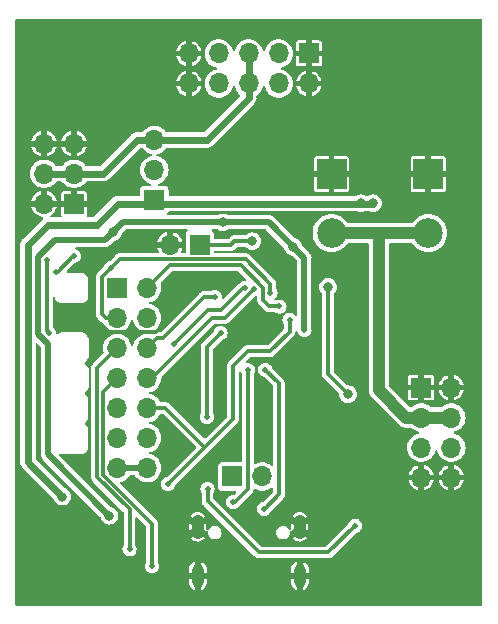
<source format=gbr>
%TF.GenerationSoftware,KiCad,Pcbnew,7.0.7-7.0.7~ubuntu23.04.1*%
%TF.CreationDate,2023-10-13T11:28:34+00:00*%
%TF.ProjectId,USBPDSINK01,55534250-4453-4494-9e4b-30312e6b6963,rev?*%
%TF.SameCoordinates,Original*%
%TF.FileFunction,Copper,L1,Top*%
%TF.FilePolarity,Positive*%
%FSLAX46Y46*%
G04 Gerber Fmt 4.6, Leading zero omitted, Abs format (unit mm)*
G04 Created by KiCad (PCBNEW 7.0.7-7.0.7~ubuntu23.04.1) date 2023-10-13 11:28:34*
%MOMM*%
%LPD*%
G01*
G04 APERTURE LIST*
%TA.AperFunction,ComponentPad*%
%ADD10R,2.500000X2.500000*%
%TD*%
%TA.AperFunction,ComponentPad*%
%ADD11C,2.500000*%
%TD*%
%TA.AperFunction,ComponentPad*%
%ADD12C,6.000000*%
%TD*%
%TA.AperFunction,ComponentPad*%
%ADD13R,1.700000X1.700000*%
%TD*%
%TA.AperFunction,ComponentPad*%
%ADD14O,1.700000X1.700000*%
%TD*%
%TA.AperFunction,ComponentPad*%
%ADD15O,1.000000X2.000000*%
%TD*%
%TA.AperFunction,ComponentPad*%
%ADD16O,1.050000X2.100000*%
%TD*%
%TA.AperFunction,ViaPad*%
%ADD17C,0.800000*%
%TD*%
%TA.AperFunction,ViaPad*%
%ADD18C,0.500000*%
%TD*%
%TA.AperFunction,Conductor*%
%ADD19C,0.300000*%
%TD*%
%TA.AperFunction,Conductor*%
%ADD20C,0.500000*%
%TD*%
%TA.AperFunction,Conductor*%
%ADD21C,0.600000*%
%TD*%
%TA.AperFunction,Conductor*%
%ADD22C,1.000000*%
%TD*%
G04 APERTURE END LIST*
D10*
%TO.P,J7,1*%
%TO.N,GND*%
X40600000Y42180000D03*
X32400000Y42180000D03*
D11*
%TO.P,J7,2*%
%TO.N,VDC*%
X40600000Y37180000D03*
X32400000Y37180000D03*
%TD*%
D12*
%TO.P,M3,1*%
%TO.N,GND*%
X10160000Y10160000D03*
%TD*%
D13*
%TO.P,J2,1*%
%TO.N,GND*%
X30475000Y52380000D03*
D14*
%TO.P,J2,2*%
X30475000Y49840000D03*
%TO.P,J2,3*%
%TO.N,/SDA*%
X27935000Y52380000D03*
%TO.P,J2,4*%
X27935000Y49840000D03*
%TO.P,J2,5*%
%TO.N,/EXT_PWR*%
X25395000Y52380000D03*
%TO.P,J2,6*%
X25395000Y49840000D03*
%TO.P,J2,7*%
%TO.N,/SCL*%
X22855000Y52380000D03*
%TO.P,J2,8*%
X22855000Y49840000D03*
%TO.P,J2,9*%
%TO.N,GND*%
X20315000Y52380000D03*
%TO.P,J2,10*%
X20315000Y49840000D03*
%TD*%
D13*
%TO.P,JP3,1,A*%
%TO.N,+3V3*%
X17400000Y39980000D03*
D14*
%TO.P,JP3,2,C*%
%TO.N,VCC*%
X17400000Y42520000D03*
%TO.P,JP3,3,B*%
%TO.N,/EXT_PWR*%
X17400000Y45060000D03*
%TD*%
D13*
%TO.P,J4,1*%
%TO.N,GND*%
X10600000Y39655000D03*
D14*
%TO.P,J4,2*%
X8060000Y39655000D03*
%TO.P,J4,3*%
%TO.N,/EXT_PWR*%
X10600000Y42195000D03*
%TO.P,J4,4*%
X8060000Y42195000D03*
%TO.P,J4,5*%
%TO.N,GND*%
X10600000Y44735000D03*
%TO.P,J4,6*%
X8060000Y44735000D03*
%TD*%
D13*
%TO.P,J5,1*%
%TO.N,Net-(J1-D+-PadA6)*%
X24000000Y16570000D03*
D14*
%TO.P,J5,2*%
%TO.N,Net-(J1-D--PadA7)*%
X26540000Y16570000D03*
%TD*%
D12*
%TO.P,M2,1*%
%TO.N,GND*%
X40640000Y50800000D03*
%TD*%
%TO.P,M1,1*%
%TO.N,GND*%
X10160000Y50800000D03*
%TD*%
D13*
%TO.P,J3,1*%
%TO.N,GND*%
X40000000Y24100000D03*
D14*
%TO.P,J3,2*%
X42540000Y24100000D03*
%TO.P,J3,3*%
%TO.N,VDC*%
X40000000Y21560000D03*
%TO.P,J3,4*%
X42540000Y21560000D03*
%TO.P,J3,5*%
X40000000Y19020000D03*
%TO.P,J3,6*%
X42540000Y19020000D03*
%TO.P,J3,7*%
%TO.N,GND*%
X40000000Y16480000D03*
%TO.P,J3,8*%
X42540000Y16480000D03*
%TD*%
D13*
%TO.P,J6,1*%
%TO.N,/ALERT*%
X14255000Y32525000D03*
D14*
%TO.P,J6,2*%
X16795000Y32525000D03*
%TO.P,J6,3*%
%TO.N,/SIDE*%
X14255000Y29985000D03*
%TO.P,J6,4*%
X16795000Y29985000D03*
%TO.P,J6,5*%
%TO.N,/ATTACH*%
X14255000Y27445000D03*
%TO.P,J6,6*%
X16795000Y27445000D03*
%TO.P,J6,7*%
%TO.N,/GPIO*%
X14255000Y24905000D03*
%TO.P,J6,8*%
X16795000Y24905000D03*
%TO.P,J6,9*%
%TO.N,/PWR_OK2*%
X14255000Y22365000D03*
%TO.P,J6,10*%
X16795000Y22365000D03*
%TO.P,J6,11*%
%TO.N,/PWR_OK3*%
X14255000Y19825000D03*
%TO.P,J6,12*%
X16795000Y19825000D03*
%TO.P,J6,13*%
%TO.N,/RESET*%
X14255000Y17285000D03*
%TO.P,J6,14*%
X16795000Y17285000D03*
%TD*%
D12*
%TO.P,M4,1*%
%TO.N,GND*%
X40640000Y10160000D03*
%TD*%
D13*
%TO.P,JP1,1,A*%
%TO.N,/ADDR0*%
X21240000Y36180000D03*
D14*
%TO.P,JP1,2,B*%
%TO.N,GND*%
X18700000Y36180000D03*
%TD*%
D15*
%TO.P,J1,G1,SHIELD*%
%TO.N,GND*%
X29720000Y8135000D03*
%TO.P,J1,G2,SHIELD*%
X21080000Y8135000D03*
D16*
%TO.P,J1,G3,SHIELD*%
X29720000Y12315000D03*
%TO.P,J1,G4,SHIELD*%
X21080000Y12315000D03*
%TD*%
D17*
%TO.N,GND*%
X29800000Y14150000D03*
X18000000Y31300000D03*
D18*
X25300000Y28400000D03*
X26760000Y28419000D03*
X25300000Y29700000D03*
D17*
X26300000Y18200000D03*
X9400000Y30300000D03*
X23100000Y22050000D03*
D18*
X26760000Y29689000D03*
D17*
X26300000Y48100000D03*
X23900000Y11100000D03*
X19950000Y31450000D03*
X20800000Y27080000D03*
D18*
%TO.N,/ALERT*%
X27987500Y30962000D03*
%TO.N,Net-(D1-A)*%
X9084085Y33900438D03*
X10565061Y35218686D03*
%TO.N,/GPIO*%
X25853726Y32445614D03*
X17200000Y8980000D03*
%TO.N,/PWR_OK2*%
X18560000Y15930000D03*
X28850500Y29849500D03*
%TO.N,/PWR_OK3*%
X25062271Y32517729D03*
X19050000Y27750000D03*
%TO.N,/ATTACH*%
X15300000Y10400000D03*
X22518200Y31746400D03*
%TO.N,Net-(D5-A)*%
X8500000Y28680000D03*
X8270500Y34900000D03*
%TO.N,Net-(J1-CC1)*%
X26694401Y13842195D03*
X26800000Y25600000D03*
%TO.N,Net-(J1-CC2)*%
X24078000Y14400000D03*
X25300000Y25600000D03*
%TO.N,/SIDE*%
X13700000Y34200000D03*
X27230708Y32143175D03*
D17*
%TO.N,/ADDR0*%
X25700000Y36480000D03*
%TO.N,+3V3*%
X34900000Y39700000D03*
X9600000Y14870000D03*
X35900000Y39700000D03*
%TO.N,VCC*%
X23200000Y38080000D03*
X29150000Y36030000D03*
X13900000Y37280000D03*
D18*
X30100000Y29000134D03*
D17*
X13600000Y13250000D03*
D18*
%TO.N,/DISCH*%
X21850000Y21600000D03*
X34400000Y12400000D03*
X21900500Y15500000D03*
X23000000Y28700000D03*
D17*
%TO.N,/VBUS_EN_SINK*%
X32109500Y32600000D03*
X33795800Y23516800D03*
%TD*%
D19*
%TO.N,GND*%
X13400000Y28780000D02*
X17500000Y28780000D01*
%TO.N,/ALERT*%
X24700564Y34454600D02*
X18724600Y34454600D01*
X26600000Y31500000D02*
X26600000Y32555164D01*
X27987500Y30962000D02*
X27138000Y30962000D01*
X27138000Y30962000D02*
X26600000Y31500000D01*
X26600000Y32555164D02*
X24700564Y34454600D01*
X18724600Y34454600D02*
X16795000Y32525000D01*
%TO.N,Net-(D1-A)*%
X10538686Y35218686D02*
X10565061Y35218686D01*
X9084085Y33900438D02*
X9220438Y33900438D01*
X9220438Y33900438D02*
X10538686Y35218686D01*
%TO.N,/GPIO*%
X13055000Y23705000D02*
X14255000Y24905000D01*
X22300000Y30000000D02*
X17205000Y24905000D01*
X17205000Y24905000D02*
X16795000Y24905000D01*
X25837979Y32445614D02*
X23392365Y30000000D01*
X17200000Y8980000D02*
X17200000Y12580000D01*
X13055000Y16725000D02*
X13055000Y23705000D01*
X23392365Y30000000D02*
X22300000Y30000000D01*
X17200000Y12580000D02*
X13055000Y16725000D01*
X25853726Y32445614D02*
X25837979Y32445614D01*
%TO.N,/PWR_OK2*%
X28850500Y28830500D02*
X27200000Y27180000D01*
X27200000Y27180000D02*
X25300000Y27180000D01*
X24050000Y21420000D02*
X18560000Y15930000D01*
X18335000Y22365000D02*
X16795000Y22365000D01*
X24050000Y25930000D02*
X24050000Y21420000D01*
X25300000Y27180000D02*
X24050000Y25930000D01*
X28850500Y29849500D02*
X28850500Y28830500D01*
X21650000Y19100000D02*
X21600000Y19100000D01*
X21600000Y19100000D02*
X18335000Y22365000D01*
%TO.N,/PWR_OK3*%
X21925000Y30625000D02*
X19050000Y27750000D01*
X23028279Y30625000D02*
X21925000Y30625000D01*
X24921008Y32517729D02*
X23028279Y30625000D01*
X25062271Y32517729D02*
X24921008Y32517729D01*
%TO.N,/ATTACH*%
X12555000Y16517894D02*
X12555000Y25745000D01*
X18152400Y28295000D02*
X21603800Y31746400D01*
X17645000Y28295000D02*
X18152400Y28295000D01*
X12555000Y25745000D02*
X14255000Y27445000D01*
X21603800Y31746400D02*
X22518200Y31746400D01*
X16795000Y27445000D02*
X17645000Y28295000D01*
X15300000Y13772894D02*
X12555000Y16517894D01*
X15300000Y10400000D02*
X15300000Y13772894D01*
%TO.N,Net-(D5-A)*%
X8500000Y28680000D02*
X8300000Y28880000D01*
X8300000Y34870500D02*
X8270500Y34900000D01*
X8300000Y28880000D02*
X8300000Y34870500D01*
%TO.N,Net-(J1-CC1)*%
X26742195Y13842195D02*
X27950000Y15050000D01*
X27950000Y15050000D02*
X27950000Y24450000D01*
X27950000Y24450000D02*
X26800000Y25600000D01*
X26694401Y13842195D02*
X26742195Y13842195D01*
%TO.N,Net-(J1-CC2)*%
X24078000Y14400000D02*
X24189000Y14400000D01*
X25300000Y15511000D02*
X25300000Y25600000D01*
X24189000Y14400000D02*
X25300000Y15511000D01*
%TO.N,/SIDE*%
X13700000Y34200000D02*
X12955000Y33455000D01*
X13275000Y29985000D02*
X14255000Y29985000D01*
X12955000Y30305000D02*
X13275000Y29985000D01*
X27230708Y32143175D02*
X27230708Y32869292D01*
X14454600Y34954600D02*
X13700000Y34200000D01*
X27230708Y32869292D02*
X25145400Y34954600D01*
X25145400Y34954600D02*
X14454600Y34954600D01*
X12955000Y33455000D02*
X12955000Y30305000D01*
D20*
%TO.N,/RESET*%
X16795000Y17285000D02*
X14255000Y17285000D01*
D19*
%TO.N,/ADDR0*%
X23878400Y36180000D02*
X21240000Y36180000D01*
X24178400Y36480000D02*
X23878400Y36180000D01*
X25700000Y36480000D02*
X24178400Y36480000D01*
D21*
%TO.N,+3V3*%
X8400000Y37880000D02*
X6700000Y36180000D01*
X35875000Y39675000D02*
X14300000Y39675000D01*
X14300000Y39675000D02*
X12505000Y37880000D01*
X6700000Y36180000D02*
X6700000Y17770000D01*
X12505000Y37880000D02*
X8400000Y37880000D01*
X35900000Y39700000D02*
X35875000Y39675000D01*
X6700000Y17770000D02*
X9600000Y14870000D01*
D20*
%TO.N,VCC*%
X27080000Y38100000D02*
X30100000Y35080000D01*
X7570500Y28619550D02*
X7570500Y35189950D01*
X13200000Y36580000D02*
X13900000Y37280000D01*
X8400000Y27790050D02*
X7570500Y28619550D01*
X23220000Y38100000D02*
X27080000Y38100000D01*
X7570500Y35189950D02*
X8960550Y36580000D01*
X30100000Y35080000D02*
X30100000Y29000134D01*
X23200000Y38080000D02*
X23220000Y38100000D01*
X8960550Y36580000D02*
X13200000Y36580000D01*
X14720000Y38100000D02*
X23180000Y38100000D01*
X8400000Y18450000D02*
X8400000Y27790050D01*
X13900000Y37280000D02*
X14720000Y38100000D01*
X23180000Y38100000D02*
X23200000Y38080000D01*
X13600000Y13250000D02*
X8400000Y18450000D01*
D19*
%TO.N,/DISCH*%
X26265000Y10135000D02*
X32135000Y10135000D01*
X21850000Y21600000D02*
X21850000Y27550000D01*
X21900500Y15500000D02*
X21900500Y14499500D01*
X21850000Y27550000D02*
X23000000Y28700000D01*
X32135000Y10135000D02*
X34400000Y12400000D01*
X21900500Y14499500D02*
X26265000Y10135000D01*
%TO.N,/VBUS_EN_SINK*%
X32109500Y32600000D02*
X32109500Y25203100D01*
X32109500Y25203100D02*
X33795800Y23516800D01*
D22*
%TO.N,VDC*%
X38740000Y21560000D02*
X42540000Y21560000D01*
X36400000Y37080000D02*
X36400000Y23900000D01*
X32400000Y37180000D02*
X40600000Y37180000D01*
X36400000Y23900000D02*
X38740000Y21560000D01*
D21*
%TO.N,/EXT_PWR*%
X8060000Y42195000D02*
X13045000Y42195000D01*
X21860000Y45060000D02*
X25395000Y48595000D01*
X15910000Y45060000D02*
X21860000Y45060000D01*
X13045000Y42195000D02*
X15910000Y45060000D01*
X25395000Y48595000D02*
X25395000Y52500000D01*
%TD*%
%TA.AperFunction,Conductor*%
%TO.N,GND*%
G36*
X22737382Y37484325D02*
G01*
X22872305Y37399546D01*
X22872308Y37399546D01*
X22872310Y37399544D01*
X22955105Y37370573D01*
X23031934Y37343689D01*
X23031938Y37343688D01*
X23031941Y37343687D01*
X23031942Y37343687D01*
X23031946Y37343686D01*
X23199996Y37324751D01*
X23200000Y37324751D01*
X23200004Y37324751D01*
X23368053Y37343686D01*
X23368055Y37343687D01*
X23368059Y37343687D01*
X23527690Y37399544D01*
X23527692Y37399546D01*
X23527694Y37399546D01*
X23662618Y37484325D01*
X23715290Y37499500D01*
X26790257Y37499500D01*
X26848448Y37480593D01*
X26860261Y37470504D01*
X28382190Y35948575D01*
X28409967Y35894058D01*
X28410563Y35889658D01*
X28413686Y35861941D01*
X28413686Y35861940D01*
X28469544Y35702310D01*
X28469544Y35702309D01*
X28559520Y35559114D01*
X28559523Y35559110D01*
X28679110Y35439523D01*
X28679112Y35439522D01*
X28679113Y35439521D01*
X28773874Y35379978D01*
X28822310Y35349544D01*
X28881133Y35328961D01*
X28981934Y35293689D01*
X28981938Y35293688D01*
X28981941Y35293687D01*
X29009656Y35290565D01*
X29065363Y35265261D01*
X29068574Y35262191D01*
X29470503Y34860263D01*
X29498281Y34805746D01*
X29499500Y34790259D01*
X29499500Y30281781D01*
X29480593Y30223590D01*
X29431093Y30187626D01*
X29369907Y30187626D01*
X29321958Y30221514D01*
X29278786Y30277777D01*
X29278785Y30277778D01*
X29278782Y30277782D01*
X29278777Y30277786D01*
X29278776Y30277787D01*
X29186731Y30348415D01*
X29153341Y30374036D01*
X29153340Y30374037D01*
X29153338Y30374038D01*
X29007266Y30434543D01*
X29007258Y30434545D01*
X28850501Y30455182D01*
X28850499Y30455182D01*
X28693741Y30434545D01*
X28693733Y30434543D01*
X28547661Y30374038D01*
X28547660Y30374038D01*
X28422223Y30277787D01*
X28422213Y30277777D01*
X28325962Y30152340D01*
X28325962Y30152339D01*
X28265457Y30006267D01*
X28265455Y30006259D01*
X28244818Y29849501D01*
X28244818Y29849500D01*
X28265455Y29692742D01*
X28265457Y29692734D01*
X28325962Y29546662D01*
X28325963Y29546661D01*
X28325964Y29546659D01*
X28329540Y29541999D01*
X28349966Y29484324D01*
X28350000Y29481729D01*
X28350000Y29078823D01*
X28331093Y29020632D01*
X28321004Y29008819D01*
X27021682Y27709496D01*
X26967165Y27681719D01*
X26951678Y27680500D01*
X25364456Y27680500D01*
X25343410Y27682763D01*
X25336074Y27684359D01*
X25336073Y27684359D01*
X25315874Y27682915D01*
X25283881Y27680626D01*
X25280348Y27680500D01*
X25264200Y27680500D01*
X25248212Y27678202D01*
X25244700Y27677824D01*
X25192517Y27674092D01*
X25185471Y27671464D01*
X25164985Y27666236D01*
X25157547Y27665166D01*
X25157544Y27665166D01*
X25157543Y27665165D01*
X25157542Y27665165D01*
X25157540Y27665164D01*
X25109959Y27643435D01*
X25106695Y27642083D01*
X25057671Y27623798D01*
X25057669Y27623797D01*
X25051646Y27619288D01*
X25033463Y27608500D01*
X25026626Y27605378D01*
X24987097Y27571126D01*
X24984348Y27568911D01*
X24971407Y27559222D01*
X24959986Y27547801D01*
X24957401Y27545394D01*
X24917859Y27511132D01*
X24917856Y27511128D01*
X24913793Y27504806D01*
X24900519Y27488335D01*
X23741665Y26329481D01*
X23725194Y26316207D01*
X23718872Y26312144D01*
X23718868Y26312141D01*
X23684606Y26272599D01*
X23682199Y26270014D01*
X23670778Y26258593D01*
X23661089Y26245652D01*
X23658874Y26242903D01*
X23624622Y26203374D01*
X23621500Y26196537D01*
X23610712Y26178354D01*
X23606203Y26172331D01*
X23606202Y26172329D01*
X23587917Y26123305D01*
X23586565Y26120041D01*
X23564836Y26072460D01*
X23564834Y26072453D01*
X23563764Y26065015D01*
X23558536Y26044529D01*
X23555908Y26037483D01*
X23552176Y25985300D01*
X23551798Y25981788D01*
X23549500Y25965800D01*
X23549500Y25949653D01*
X23549374Y25946120D01*
X23546278Y25902839D01*
X23545641Y25893927D01*
X23547049Y25887453D01*
X23547237Y25886592D01*
X23549500Y25865544D01*
X23549500Y21668323D01*
X23530593Y21610132D01*
X23520504Y21598319D01*
X21735003Y19812818D01*
X21680486Y19785041D01*
X21620054Y19794612D01*
X21594995Y19812818D01*
X20188468Y21219345D01*
X19807813Y21600000D01*
X21244318Y21600000D01*
X21264955Y21443242D01*
X21264957Y21443234D01*
X21325462Y21297162D01*
X21325462Y21297161D01*
X21421713Y21171724D01*
X21421718Y21171718D01*
X21547159Y21075464D01*
X21547160Y21075464D01*
X21547161Y21075463D01*
X21679810Y21020518D01*
X21693238Y21014956D01*
X21810809Y20999478D01*
X21849999Y20994318D01*
X21850000Y20994318D01*
X21850001Y20994318D01*
X21881352Y20998446D01*
X22006762Y21014956D01*
X22152841Y21075464D01*
X22278282Y21171718D01*
X22374536Y21297159D01*
X22435044Y21443238D01*
X22455682Y21600000D01*
X22435044Y21756762D01*
X22374536Y21902841D01*
X22374534Y21902846D01*
X22370955Y21907510D01*
X22350534Y21965186D01*
X22350500Y21967773D01*
X22350500Y27301679D01*
X22369407Y27359870D01*
X22379490Y27371677D01*
X23093855Y28086043D01*
X23148370Y28113818D01*
X23150858Y28114179D01*
X23156762Y28114956D01*
X23302841Y28175464D01*
X23428282Y28271718D01*
X23524536Y28397159D01*
X23585044Y28543238D01*
X23605682Y28700000D01*
X23585044Y28856762D01*
X23524537Y29002839D01*
X23524537Y29002840D01*
X23428286Y29128277D01*
X23428285Y29128278D01*
X23428282Y29128282D01*
X23428277Y29128286D01*
X23428276Y29128287D01*
X23357104Y29182899D01*
X23302841Y29224536D01*
X23302840Y29224537D01*
X23302838Y29224538D01*
X23156766Y29285043D01*
X23156758Y29285045D01*
X23025332Y29302347D01*
X23002256Y29313354D01*
X22974668Y29302347D01*
X22843241Y29285045D01*
X22843233Y29285043D01*
X22697161Y29224538D01*
X22697160Y29224538D01*
X22571723Y29128287D01*
X22571713Y29128277D01*
X22475462Y29002840D01*
X22475462Y29002839D01*
X22414956Y28856763D01*
X22414955Y28856760D01*
X22414187Y28850928D01*
X22387841Y28795706D01*
X22386039Y28793855D01*
X21541665Y27949481D01*
X21525194Y27936207D01*
X21518872Y27932144D01*
X21518868Y27932141D01*
X21484606Y27892599D01*
X21482199Y27890014D01*
X21470778Y27878593D01*
X21461089Y27865652D01*
X21458874Y27862903D01*
X21424622Y27823374D01*
X21421500Y27816537D01*
X21410712Y27798354D01*
X21406203Y27792331D01*
X21406202Y27792329D01*
X21387917Y27743305D01*
X21386565Y27740041D01*
X21364836Y27692460D01*
X21364834Y27692453D01*
X21363764Y27685015D01*
X21358536Y27664529D01*
X21355908Y27657483D01*
X21352721Y27612917D01*
X21352182Y27605377D01*
X21352176Y27605300D01*
X21351798Y27601788D01*
X21349500Y27585800D01*
X21349500Y27569653D01*
X21349374Y27566120D01*
X21345641Y27513927D01*
X21347237Y27506592D01*
X21349500Y27485544D01*
X21349500Y21967773D01*
X21330593Y21909582D01*
X21329045Y21907510D01*
X21325465Y21902846D01*
X21264957Y21756764D01*
X21264955Y21756759D01*
X21244318Y21600001D01*
X21244318Y21600000D01*
X19807813Y21600000D01*
X18734480Y22673334D01*
X18721199Y22689817D01*
X18717144Y22696127D01*
X18717143Y22696128D01*
X18677603Y22730390D01*
X18675026Y22732789D01*
X18663595Y22744219D01*
X18663593Y22744221D01*
X18650636Y22753920D01*
X18647917Y22756112D01*
X18608373Y22790377D01*
X18601538Y22793499D01*
X18583348Y22804292D01*
X18582293Y22805082D01*
X18577331Y22808796D01*
X18577328Y22808797D01*
X18577327Y22808798D01*
X18528314Y22827079D01*
X18525049Y22828431D01*
X18477458Y22850165D01*
X18477454Y22850166D01*
X18470014Y22851236D01*
X18449520Y22856467D01*
X18442482Y22859092D01*
X18442483Y22859092D01*
X18390301Y22862824D01*
X18386788Y22863202D01*
X18370800Y22865500D01*
X18370799Y22865500D01*
X18354652Y22865500D01*
X18351119Y22865626D01*
X18321240Y22867763D01*
X18298927Y22869359D01*
X18298926Y22869359D01*
X18298925Y22869359D01*
X18291590Y22867763D01*
X18270544Y22865500D01*
X17948175Y22865500D01*
X17889984Y22884407D01*
X17859554Y22920372D01*
X17820060Y22999685D01*
X17820059Y22999686D01*
X17820058Y22999689D01*
X17685981Y23177236D01*
X17521562Y23327124D01*
X17332401Y23444247D01*
X17124940Y23524618D01*
X17124939Y23524619D01*
X17124937Y23524619D01*
X17055033Y23537686D01*
X17001307Y23566964D01*
X16975051Y23622229D01*
X16986294Y23682373D01*
X17030741Y23724422D01*
X17055033Y23732314D01*
X17062961Y23733796D01*
X17124940Y23745382D01*
X17332401Y23825753D01*
X17521562Y23942876D01*
X17685981Y24092764D01*
X17820058Y24270311D01*
X17919229Y24469472D01*
X17980115Y24683464D01*
X18000643Y24905000D01*
X17997482Y24939106D01*
X18010939Y24998792D01*
X18026052Y25018240D01*
X22478317Y29470504D01*
X22532835Y29498281D01*
X22548322Y29499500D01*
X22961746Y29499500D01*
X22995311Y29488595D01*
X23038254Y29499500D01*
X23327909Y29499500D01*
X23348955Y29497237D01*
X23350195Y29496968D01*
X23356292Y29495641D01*
X23403777Y29499038D01*
X23408484Y29499374D01*
X23412017Y29499500D01*
X23428164Y29499500D01*
X23444164Y29501801D01*
X23447637Y29502176D01*
X23499848Y29505909D01*
X23506880Y29508533D01*
X23527387Y29513767D01*
X23534822Y29514835D01*
X23582414Y29536571D01*
X23585660Y29537916D01*
X23634696Y29556204D01*
X23640706Y29560704D01*
X23658914Y29571508D01*
X23665738Y29574623D01*
X23705282Y29608890D01*
X23708007Y29611086D01*
X23720958Y29620779D01*
X23732407Y29632230D01*
X23734944Y29634592D01*
X23774508Y29668872D01*
X23778567Y29675189D01*
X23791842Y29691665D01*
X25929446Y31829269D01*
X25983961Y31857044D01*
X25986532Y31857417D01*
X25987624Y31857560D01*
X26047779Y31846382D01*
X26089876Y31801980D01*
X26099500Y31759401D01*
X26099500Y31564458D01*
X26097238Y31543415D01*
X26095641Y31536074D01*
X26099374Y31483882D01*
X26099500Y31480349D01*
X26099500Y31464201D01*
X26101798Y31448212D01*
X26102176Y31444699D01*
X26105908Y31392517D01*
X26108533Y31385480D01*
X26113764Y31364986D01*
X26114834Y31357546D01*
X26114835Y31357542D01*
X26136569Y31309951D01*
X26137921Y31306686D01*
X26156202Y31257673D01*
X26156203Y31257672D01*
X26156204Y31257669D01*
X26157384Y31256093D01*
X26160708Y31251652D01*
X26171501Y31233462D01*
X26174623Y31226627D01*
X26208888Y31187083D01*
X26211080Y31184364D01*
X26220779Y31171407D01*
X26220781Y31171405D01*
X26232211Y31159974D01*
X26234610Y31157397D01*
X26268872Y31117857D01*
X26268873Y31117856D01*
X26275183Y31113801D01*
X26291666Y31100520D01*
X26738518Y30653668D01*
X26751796Y30637190D01*
X26755856Y30630873D01*
X26755857Y30630871D01*
X26795394Y30596613D01*
X26797982Y30594204D01*
X26809407Y30582779D01*
X26822345Y30573094D01*
X26825097Y30570876D01*
X26864624Y30536625D01*
X26864625Y30536625D01*
X26864627Y30536623D01*
X26871454Y30533505D01*
X26889651Y30522709D01*
X26895669Y30518204D01*
X26944697Y30499919D01*
X26947941Y30498575D01*
X26995543Y30476835D01*
X27002978Y30475767D01*
X27023484Y30470532D01*
X27030517Y30467909D01*
X27082729Y30464175D01*
X27086196Y30463802D01*
X27102201Y30461500D01*
X27118348Y30461500D01*
X27121881Y30461374D01*
X27126871Y30461018D01*
X27174073Y30457641D01*
X27180470Y30459033D01*
X27181410Y30459237D01*
X27202456Y30461500D01*
X27619728Y30461500D01*
X27677919Y30442593D01*
X27679994Y30441043D01*
X27684657Y30437465D01*
X27684661Y30437463D01*
X27725546Y30420528D01*
X27830738Y30376956D01*
X27948309Y30361478D01*
X27987499Y30356318D01*
X27987500Y30356318D01*
X27987501Y30356318D01*
X28018852Y30360446D01*
X28144262Y30376956D01*
X28290341Y30437464D01*
X28415782Y30533718D01*
X28512036Y30659159D01*
X28572544Y30805238D01*
X28593182Y30962000D01*
X28572544Y31118762D01*
X28556421Y31157687D01*
X28512037Y31264839D01*
X28512037Y31264840D01*
X28415786Y31390277D01*
X28415785Y31390278D01*
X28415782Y31390282D01*
X28415777Y31390286D01*
X28415776Y31390287D01*
X28321665Y31462500D01*
X28290341Y31486536D01*
X28290340Y31486537D01*
X28290338Y31486538D01*
X28144266Y31547043D01*
X28144258Y31547045D01*
X27987501Y31567682D01*
X27987499Y31567682D01*
X27830741Y31547045D01*
X27830733Y31547043D01*
X27678663Y31484053D01*
X27677873Y31485959D01*
X27627167Y31475193D01*
X27571277Y31500093D01*
X27540697Y31553088D01*
X27547108Y31613937D01*
X27577270Y31652188D01*
X27658990Y31714893D01*
X27755244Y31840334D01*
X27815752Y31986413D01*
X27836390Y32143175D01*
X27832624Y32171777D01*
X27819570Y32270936D01*
X27815752Y32299937D01*
X27755244Y32446016D01*
X27755242Y32446021D01*
X27751663Y32450685D01*
X27731242Y32508361D01*
X27731208Y32510948D01*
X27731208Y32804836D01*
X27733471Y32825884D01*
X27733510Y32826064D01*
X27735067Y32833219D01*
X27731334Y32885412D01*
X27731208Y32888945D01*
X27731208Y32905091D01*
X27729830Y32914673D01*
X27728906Y32921096D01*
X27728533Y32924563D01*
X27724799Y32976775D01*
X27722176Y32983808D01*
X27716941Y33004317D01*
X27715873Y33011749D01*
X27694133Y33059351D01*
X27692785Y33062607D01*
X27677804Y33102773D01*
X27674504Y33111623D01*
X27669999Y33117641D01*
X27659203Y33135838D01*
X27656085Y33142665D01*
X27656083Y33142667D01*
X27656083Y33142668D01*
X27621832Y33182195D01*
X27619614Y33184947D01*
X27615472Y33190480D01*
X27609929Y33197885D01*
X27598504Y33209310D01*
X27596095Y33211898D01*
X27561837Y33251435D01*
X27561835Y33251436D01*
X27555518Y33255496D01*
X27539040Y33268774D01*
X25544880Y35262934D01*
X25531599Y35279417D01*
X25527544Y35285727D01*
X25521961Y35290565D01*
X25487998Y35319994D01*
X25485426Y35322389D01*
X25473995Y35333819D01*
X25473993Y35333821D01*
X25461036Y35343520D01*
X25458317Y35345712D01*
X25418773Y35379977D01*
X25411938Y35383099D01*
X25393748Y35393892D01*
X25392693Y35394682D01*
X25387731Y35398396D01*
X25387728Y35398397D01*
X25387727Y35398398D01*
X25338714Y35416679D01*
X25335449Y35418031D01*
X25287858Y35439765D01*
X25287854Y35439766D01*
X25280414Y35440836D01*
X25259920Y35446067D01*
X25252882Y35448692D01*
X25252883Y35448692D01*
X25200701Y35452424D01*
X25197188Y35452802D01*
X25181200Y35455100D01*
X25181199Y35455100D01*
X25165052Y35455100D01*
X25161519Y35455226D01*
X25131640Y35457363D01*
X25109327Y35458959D01*
X25109326Y35458959D01*
X25109325Y35458959D01*
X25101990Y35457363D01*
X25080944Y35455100D01*
X22539500Y35455100D01*
X22481309Y35474007D01*
X22445345Y35523507D01*
X22440500Y35554100D01*
X22440500Y35580500D01*
X22459407Y35638691D01*
X22508907Y35674655D01*
X22539500Y35679500D01*
X23813944Y35679500D01*
X23834990Y35677237D01*
X23836230Y35676968D01*
X23842327Y35675641D01*
X23889812Y35679038D01*
X23894519Y35679374D01*
X23898052Y35679500D01*
X23914199Y35679500D01*
X23930199Y35681801D01*
X23933672Y35682176D01*
X23985883Y35685909D01*
X23992915Y35688533D01*
X24013422Y35693767D01*
X24020857Y35694835D01*
X24068449Y35716571D01*
X24071695Y35717916D01*
X24120731Y35736204D01*
X24126741Y35740704D01*
X24144949Y35751508D01*
X24151773Y35754623D01*
X24191317Y35788890D01*
X24194042Y35791086D01*
X24206993Y35800779D01*
X24218442Y35812230D01*
X24220979Y35814592D01*
X24260543Y35848872D01*
X24264605Y35855194D01*
X24277879Y35871667D01*
X24356717Y35950504D01*
X24411235Y35978281D01*
X24426721Y35979500D01*
X25098125Y35979500D01*
X25156316Y35960593D01*
X25168128Y35950504D01*
X25207540Y35911093D01*
X25229110Y35889523D01*
X25229112Y35889522D01*
X25229113Y35889521D01*
X25370936Y35800407D01*
X25372310Y35799544D01*
X25402798Y35788876D01*
X25531934Y35743689D01*
X25531938Y35743688D01*
X25531941Y35743687D01*
X25531942Y35743687D01*
X25531946Y35743686D01*
X25699996Y35724751D01*
X25700000Y35724751D01*
X25700004Y35724751D01*
X25868053Y35743686D01*
X25868055Y35743687D01*
X25868059Y35743687D01*
X26027690Y35799544D01*
X26170890Y35889523D01*
X26290477Y36009110D01*
X26380456Y36152310D01*
X26436313Y36311941D01*
X26436327Y36312066D01*
X26455249Y36479996D01*
X26455249Y36480005D01*
X26436314Y36648054D01*
X26436311Y36648066D01*
X26387229Y36788333D01*
X26380456Y36807690D01*
X26356040Y36846547D01*
X26290479Y36950887D01*
X26290478Y36950888D01*
X26290477Y36950890D01*
X26170890Y37070477D01*
X26170887Y37070479D01*
X26170886Y37070480D01*
X26027691Y37160456D01*
X25868065Y37216312D01*
X25868053Y37216315D01*
X25700004Y37235249D01*
X25699996Y37235249D01*
X25531946Y37216315D01*
X25531934Y37216312D01*
X25372309Y37160456D01*
X25372308Y37160456D01*
X25229113Y37070480D01*
X25229108Y37070476D01*
X25168128Y37009496D01*
X25113611Y36981719D01*
X25098125Y36980500D01*
X24242856Y36980500D01*
X24221810Y36982763D01*
X24214474Y36984359D01*
X24214473Y36984359D01*
X24194274Y36982915D01*
X24162281Y36980626D01*
X24158748Y36980500D01*
X24142600Y36980500D01*
X24126612Y36978202D01*
X24123100Y36977824D01*
X24070917Y36974092D01*
X24063871Y36971464D01*
X24043385Y36966236D01*
X24035947Y36965166D01*
X24035944Y36965166D01*
X24035943Y36965165D01*
X24035942Y36965165D01*
X24035940Y36965164D01*
X23988359Y36943435D01*
X23985095Y36942083D01*
X23936071Y36923798D01*
X23936069Y36923797D01*
X23930046Y36919288D01*
X23911863Y36908500D01*
X23905026Y36905378D01*
X23865497Y36871126D01*
X23862748Y36868911D01*
X23849807Y36859222D01*
X23838386Y36847801D01*
X23835801Y36845394D01*
X23796259Y36811132D01*
X23796256Y36811128D01*
X23792191Y36804803D01*
X23778917Y36788333D01*
X23700083Y36709497D01*
X23645567Y36681719D01*
X23630079Y36680500D01*
X22539500Y36680500D01*
X22481309Y36699407D01*
X22445345Y36748907D01*
X22440500Y36779500D01*
X22440500Y37063257D01*
X22440500Y37063260D01*
X22430573Y37131393D01*
X22426533Y37139656D01*
X22389057Y37216315D01*
X22379198Y37236483D01*
X22296483Y37319198D01*
X22296481Y37319199D01*
X22295457Y37319930D01*
X22294626Y37321054D01*
X22290682Y37324998D01*
X22291273Y37325590D01*
X22259087Y37369132D01*
X22258582Y37430316D01*
X22294137Y37480110D01*
X22352170Y37499497D01*
X22352986Y37499500D01*
X22684710Y37499500D01*
X22737382Y37484325D01*
G37*
%TD.AperFunction*%
%TA.AperFunction,Conductor*%
G36*
X15580191Y29782235D02*
G01*
X15617960Y29734098D01*
X15620215Y29727155D01*
X15670771Y29549472D01*
X15769942Y29350311D01*
X15904019Y29172764D01*
X16068438Y29022876D01*
X16257599Y28905753D01*
X16465060Y28825382D01*
X16534967Y28812314D01*
X16588692Y28783036D01*
X16614948Y28727771D01*
X16603705Y28667627D01*
X16559258Y28625578D01*
X16534967Y28617686D01*
X16465061Y28604619D01*
X16342477Y28557129D01*
X16257599Y28524247D01*
X16081307Y28415092D01*
X16068438Y28407124D01*
X15904020Y28257237D01*
X15769943Y28079691D01*
X15769938Y28079682D01*
X15675494Y27890014D01*
X15670771Y27880528D01*
X15620219Y27702860D01*
X15586111Y27652066D01*
X15528658Y27631022D01*
X15469809Y27647766D01*
X15432040Y27695903D01*
X15429784Y27702846D01*
X15379229Y27880528D01*
X15280058Y28079689D01*
X15145981Y28257236D01*
X14981562Y28407124D01*
X14792401Y28524247D01*
X14584940Y28604618D01*
X14584939Y28604619D01*
X14584937Y28604619D01*
X14515033Y28617686D01*
X14461307Y28646964D01*
X14435051Y28702229D01*
X14446294Y28762373D01*
X14490741Y28804422D01*
X14515033Y28812314D01*
X14584940Y28825382D01*
X14792401Y28905753D01*
X14981562Y29022876D01*
X15145981Y29172764D01*
X15280058Y29350311D01*
X15379229Y29549472D01*
X15429780Y29727141D01*
X15463889Y29777935D01*
X15521342Y29798979D01*
X15580191Y29782235D01*
G37*
%TD.AperFunction*%
%TA.AperFunction,Conductor*%
G36*
X17371993Y28847731D02*
G01*
X17394096Y28790677D01*
X17378442Y28731528D01*
X17360078Y28710371D01*
X17332097Y28686126D01*
X17329348Y28683911D01*
X17316407Y28674222D01*
X17304986Y28662801D01*
X17302401Y28660394D01*
X17262857Y28626130D01*
X17259859Y28622669D01*
X17207462Y28591076D01*
X17149283Y28595188D01*
X17135510Y28600524D01*
X17124940Y28604618D01*
X17124934Y28604619D01*
X17124931Y28604620D01*
X17055033Y28617686D01*
X17001307Y28646964D01*
X16975051Y28702229D01*
X16986294Y28762373D01*
X17030741Y28804422D01*
X17055033Y28812314D01*
X17124940Y28825382D01*
X17259487Y28877507D01*
X17320576Y28880896D01*
X17371993Y28847731D01*
G37*
%TD.AperFunction*%
%TA.AperFunction,Conductor*%
G36*
X24510433Y33935193D02*
G01*
X24522246Y33925104D01*
X25157386Y33289964D01*
X25185163Y33235447D01*
X25175592Y33175015D01*
X25132327Y33131750D01*
X25074463Y33121807D01*
X25062276Y33123411D01*
X25062270Y33123411D01*
X24905512Y33102774D01*
X24905504Y33102772D01*
X24759432Y33042267D01*
X24759431Y33042267D01*
X24633987Y32946011D01*
X24609941Y32914673D01*
X24594750Y32899655D01*
X24595087Y32899266D01*
X24592418Y32896954D01*
X24580994Y32885530D01*
X24578409Y32883123D01*
X24538867Y32848861D01*
X24538864Y32848857D01*
X24534801Y32842535D01*
X24521527Y32826064D01*
X23281896Y31586432D01*
X23227379Y31558655D01*
X23166947Y31568226D01*
X23123682Y31611491D01*
X23113739Y31669358D01*
X23123882Y31746400D01*
X23123882Y31746401D01*
X23109412Y31856309D01*
X23103244Y31903162D01*
X23042737Y32049239D01*
X23042737Y32049240D01*
X22946486Y32174677D01*
X22946485Y32174678D01*
X22946482Y32174682D01*
X22946477Y32174686D01*
X22946476Y32174687D01*
X22860718Y32240491D01*
X22821041Y32270936D01*
X22821040Y32270937D01*
X22821038Y32270938D01*
X22674966Y32331443D01*
X22674958Y32331445D01*
X22518201Y32352082D01*
X22518199Y32352082D01*
X22361441Y32331445D01*
X22361433Y32331443D01*
X22215361Y32270938D01*
X22215357Y32270936D01*
X22210694Y32267357D01*
X22153018Y32246934D01*
X22150428Y32246900D01*
X21668256Y32246900D01*
X21647210Y32249163D01*
X21639874Y32250759D01*
X21639873Y32250759D01*
X21619674Y32249315D01*
X21587681Y32247026D01*
X21584148Y32246900D01*
X21568000Y32246900D01*
X21552012Y32244602D01*
X21548500Y32244224D01*
X21496317Y32240492D01*
X21489271Y32237864D01*
X21468785Y32232636D01*
X21461347Y32231566D01*
X21461344Y32231566D01*
X21461343Y32231565D01*
X21461342Y32231565D01*
X21461340Y32231564D01*
X21413759Y32209835D01*
X21410495Y32208483D01*
X21361471Y32190198D01*
X21361469Y32190197D01*
X21355446Y32185688D01*
X21337263Y32174900D01*
X21330426Y32171778D01*
X21290897Y32137526D01*
X21288148Y32135311D01*
X21275207Y32125622D01*
X21263786Y32114201D01*
X21261201Y32111794D01*
X21221659Y32077532D01*
X21221656Y32077528D01*
X21217593Y32071206D01*
X21204319Y32054735D01*
X17974082Y28824496D01*
X17919565Y28796719D01*
X17904078Y28795500D01*
X17709456Y28795500D01*
X17688410Y28797763D01*
X17681074Y28799359D01*
X17681073Y28799359D01*
X17660874Y28797915D01*
X17628881Y28795626D01*
X17625348Y28795500D01*
X17609200Y28795500D01*
X17593212Y28793202D01*
X17589700Y28792824D01*
X17537517Y28789092D01*
X17530471Y28786464D01*
X17509985Y28781236D01*
X17502547Y28780166D01*
X17502544Y28780166D01*
X17502543Y28780165D01*
X17502541Y28780165D01*
X17495750Y28778170D01*
X17494798Y28781409D01*
X17447931Y28776091D01*
X17394692Y28806244D01*
X17369344Y28861932D01*
X17381570Y28921883D01*
X17415595Y28957265D01*
X17521562Y29022876D01*
X17685981Y29172764D01*
X17820058Y29350311D01*
X17919229Y29549472D01*
X17980115Y29763464D01*
X18000643Y29985000D01*
X17980115Y30206536D01*
X17919229Y30420528D01*
X17820058Y30619689D01*
X17685981Y30797236D01*
X17521562Y30947124D01*
X17332401Y31064247D01*
X17124940Y31144618D01*
X17108345Y31147721D01*
X17055031Y31157687D01*
X17001306Y31186966D01*
X16975051Y31242231D01*
X16986295Y31302375D01*
X17030742Y31344423D01*
X17055020Y31352312D01*
X17124940Y31365382D01*
X17332401Y31445753D01*
X17521562Y31562876D01*
X17685981Y31712764D01*
X17820058Y31890311D01*
X17919229Y32089472D01*
X17980115Y32303464D01*
X18000643Y32525000D01*
X17980115Y32746536D01*
X17939383Y32889693D01*
X17941644Y32950835D01*
X17964601Y32986788D01*
X18902919Y33925104D01*
X18957435Y33952881D01*
X18972922Y33954100D01*
X24452242Y33954100D01*
X24510433Y33935193D01*
G37*
%TD.AperFunction*%
%TA.AperFunction,Conductor*%
G36*
X25371364Y55321721D02*
G01*
X25371793Y55321599D01*
X25411614Y55325289D01*
X25416184Y55325500D01*
X45066500Y55325500D01*
X45124691Y55306593D01*
X45160655Y55257093D01*
X45165500Y55226500D01*
X45165500Y5733501D01*
X45146593Y5675310D01*
X45097093Y5639346D01*
X45066500Y5634501D01*
X5733500Y5634501D01*
X5675309Y5653408D01*
X5639345Y5702908D01*
X5634500Y5733501D01*
X5634500Y7591320D01*
X20330000Y7591320D01*
X20345248Y7460859D01*
X20345250Y7460854D01*
X20405212Y7296111D01*
X20405217Y7296101D01*
X20501550Y7149633D01*
X20501555Y7149628D01*
X20629080Y7029314D01*
X20629080Y7029313D01*
X20780917Y6941651D01*
X20830000Y6926957D01*
X20830000Y7363128D01*
X20848907Y7421319D01*
X20898407Y7457283D01*
X20956087Y7458349D01*
X21051840Y7431105D01*
X21163521Y7441454D01*
X21186873Y7453083D01*
X21247389Y7462095D01*
X21301647Y7433816D01*
X21328920Y7379045D01*
X21330000Y7364461D01*
X21330000Y6926040D01*
X21457553Y6981060D01*
X21598184Y7085756D01*
X21598186Y7085758D01*
X21710880Y7220060D01*
X21789567Y7376738D01*
X21789567Y7376739D01*
X21830000Y7547341D01*
X21830000Y7591320D01*
X28970000Y7591320D01*
X28985248Y7460859D01*
X28985250Y7460854D01*
X29045212Y7296111D01*
X29045217Y7296101D01*
X29141550Y7149633D01*
X29141555Y7149628D01*
X29269080Y7029314D01*
X29269080Y7029313D01*
X29420917Y6941651D01*
X29470000Y6926957D01*
X29470000Y7363128D01*
X29488907Y7421319D01*
X29538407Y7457283D01*
X29596087Y7458349D01*
X29691840Y7431105D01*
X29803521Y7441454D01*
X29826873Y7453083D01*
X29887389Y7462095D01*
X29941647Y7433816D01*
X29968920Y7379045D01*
X29970000Y7364461D01*
X29970000Y6926040D01*
X30097553Y6981060D01*
X30238184Y7085756D01*
X30238186Y7085758D01*
X30350880Y7220060D01*
X30429567Y7376738D01*
X30429567Y7376739D01*
X30470000Y7547341D01*
X30470000Y7884999D01*
X30469999Y7885000D01*
X30119000Y7885000D01*
X30060809Y7903907D01*
X30024845Y7953407D01*
X30020000Y7984000D01*
X30020000Y8286000D01*
X30038907Y8344191D01*
X30088407Y8380155D01*
X30119000Y8385000D01*
X30469999Y8385000D01*
X30470000Y8385001D01*
X30470000Y8678681D01*
X30454751Y8809142D01*
X30454749Y8809147D01*
X30394787Y8973890D01*
X30394782Y8973900D01*
X30298449Y9120368D01*
X30298444Y9120373D01*
X30170919Y9240687D01*
X30170919Y9240688D01*
X30019081Y9328350D01*
X29970000Y9343045D01*
X29970000Y8906873D01*
X29951093Y8848682D01*
X29901593Y8812718D01*
X29843908Y8811653D01*
X29748160Y8838895D01*
X29748159Y8838895D01*
X29636479Y8828546D01*
X29636478Y8828546D01*
X29613127Y8816918D01*
X29552609Y8807906D01*
X29498352Y8836187D01*
X29471080Y8890958D01*
X29470000Y8905540D01*
X29470000Y9343964D01*
X29342452Y9288944D01*
X29342443Y9288939D01*
X29201815Y9184245D01*
X29201813Y9184243D01*
X29089119Y9049941D01*
X29010432Y8893263D01*
X29010432Y8893262D01*
X28970000Y8722660D01*
X28970000Y8385001D01*
X28970001Y8385000D01*
X29321000Y8385000D01*
X29379191Y8366093D01*
X29415155Y8316593D01*
X29420000Y8286000D01*
X29420000Y7984000D01*
X29401093Y7925809D01*
X29351593Y7889845D01*
X29321000Y7885000D01*
X28970000Y7885000D01*
X28970000Y7591320D01*
X21830000Y7591320D01*
X21830000Y7884999D01*
X21829999Y7885000D01*
X21479000Y7885000D01*
X21420809Y7903907D01*
X21384845Y7953407D01*
X21380000Y7984000D01*
X21380000Y8286000D01*
X21398907Y8344191D01*
X21448407Y8380155D01*
X21479000Y8385000D01*
X21829999Y8385000D01*
X21830000Y8385001D01*
X21830000Y8678681D01*
X21814751Y8809142D01*
X21814749Y8809147D01*
X21754787Y8973890D01*
X21754782Y8973900D01*
X21658449Y9120368D01*
X21658444Y9120373D01*
X21530919Y9240687D01*
X21530919Y9240688D01*
X21379081Y9328350D01*
X21330000Y9343045D01*
X21330000Y8906873D01*
X21311093Y8848682D01*
X21261593Y8812718D01*
X21203908Y8811653D01*
X21108160Y8838895D01*
X21108159Y8838895D01*
X20996479Y8828546D01*
X20996478Y8828546D01*
X20973127Y8816918D01*
X20912609Y8807906D01*
X20858352Y8836187D01*
X20831080Y8890958D01*
X20830000Y8905540D01*
X20830000Y9343964D01*
X20702452Y9288944D01*
X20702443Y9288939D01*
X20561815Y9184245D01*
X20561813Y9184243D01*
X20449119Y9049941D01*
X20370432Y8893263D01*
X20370432Y8893262D01*
X20330000Y8722660D01*
X20330000Y8385001D01*
X20330001Y8385000D01*
X20681000Y8385000D01*
X20739191Y8366093D01*
X20775155Y8316593D01*
X20780000Y8286000D01*
X20780000Y7984000D01*
X20761093Y7925809D01*
X20711593Y7889845D01*
X20681000Y7885000D01*
X20330000Y7885000D01*
X20330000Y7591320D01*
X5634500Y7591320D01*
X5634500Y36200595D01*
X6044653Y36200595D01*
X6044893Y36198059D01*
X6049280Y36151644D01*
X6049500Y36146983D01*
X6049500Y17852746D01*
X6047612Y17835648D01*
X6047239Y17831703D01*
X6049500Y17759798D01*
X6049500Y17729076D01*
X6049499Y17729076D01*
X6050493Y17721208D01*
X6050858Y17716565D01*
X6052403Y17667432D01*
X6052404Y17667425D01*
X6058872Y17645159D01*
X6062021Y17629956D01*
X6064929Y17606941D01*
X6083027Y17561228D01*
X6084538Y17556816D01*
X6098255Y17509604D01*
X6098256Y17509601D01*
X6110061Y17489640D01*
X6116894Y17475692D01*
X6119584Y17468899D01*
X6125432Y17454129D01*
X6126066Y17453257D01*
X6154331Y17414350D01*
X6156891Y17410452D01*
X6181920Y17368134D01*
X6198318Y17351736D01*
X6208407Y17339923D01*
X6222037Y17321163D01*
X6259913Y17289829D01*
X6263365Y17286688D01*
X8856092Y14693962D01*
X8879532Y14656656D01*
X8919543Y14542310D01*
X9009520Y14399114D01*
X9009523Y14399110D01*
X9129110Y14279523D01*
X9129112Y14279522D01*
X9129113Y14279521D01*
X9214088Y14226127D01*
X9272310Y14189544D01*
X9336232Y14167177D01*
X9431934Y14133689D01*
X9431938Y14133688D01*
X9431941Y14133687D01*
X9431942Y14133687D01*
X9431946Y14133686D01*
X9599996Y14114751D01*
X9600000Y14114751D01*
X9600004Y14114751D01*
X9768053Y14133686D01*
X9768055Y14133687D01*
X9768059Y14133687D01*
X9927690Y14189544D01*
X10070890Y14279523D01*
X10190477Y14399110D01*
X10280456Y14542310D01*
X10336313Y14701941D01*
X10336314Y14701947D01*
X10355249Y14869996D01*
X10355249Y14870005D01*
X10336314Y15038054D01*
X10336311Y15038066D01*
X10307976Y15119042D01*
X10280456Y15197690D01*
X10280205Y15198089D01*
X10190479Y15340887D01*
X10190478Y15340888D01*
X10190477Y15340890D01*
X10070890Y15460477D01*
X10070887Y15460479D01*
X10070886Y15460480D01*
X9927690Y15550457D01*
X9813344Y15590468D01*
X9776038Y15613908D01*
X7379496Y18010451D01*
X7351719Y18064968D01*
X7350500Y18080455D01*
X7350500Y27751307D01*
X7369407Y27809498D01*
X7418907Y27845462D01*
X7480093Y27845462D01*
X7519504Y27821311D01*
X7770504Y27570311D01*
X7798281Y27515794D01*
X7799500Y27500307D01*
X7799499Y18492611D01*
X7799075Y18486144D01*
X7794318Y18450005D01*
X7794318Y18450000D01*
X7799500Y18410639D01*
X7814955Y18293242D01*
X7814957Y18293234D01*
X7875462Y18147162D01*
X7875462Y18147161D01*
X7938531Y18064968D01*
X7971718Y18021718D01*
X7971722Y18021715D01*
X7971723Y18021714D01*
X8000634Y17999530D01*
X8005508Y17995256D01*
X12832190Y13168575D01*
X12859967Y13114058D01*
X12860563Y13109658D01*
X12863686Y13081941D01*
X12863686Y13081940D01*
X12919544Y12922310D01*
X12919544Y12922309D01*
X13009520Y12779114D01*
X13009523Y12779110D01*
X13129110Y12659523D01*
X13129112Y12659522D01*
X13129113Y12659521D01*
X13230014Y12596120D01*
X13272310Y12569544D01*
X13308839Y12556762D01*
X13431934Y12513689D01*
X13431938Y12513688D01*
X13431941Y12513687D01*
X13431942Y12513687D01*
X13431946Y12513686D01*
X13599996Y12494751D01*
X13600000Y12494751D01*
X13600004Y12494751D01*
X13768053Y12513686D01*
X13768055Y12513687D01*
X13768059Y12513687D01*
X13927690Y12569544D01*
X14070890Y12659523D01*
X14190477Y12779110D01*
X14280456Y12922310D01*
X14336313Y13081941D01*
X14338650Y13102683D01*
X14355249Y13249996D01*
X14355249Y13250005D01*
X14336314Y13418054D01*
X14336311Y13418066D01*
X14299042Y13524573D01*
X14280456Y13577690D01*
X14238993Y13643677D01*
X14190479Y13720887D01*
X14190478Y13720888D01*
X14190477Y13720890D01*
X14070890Y13840477D01*
X14070887Y13840479D01*
X14070886Y13840480D01*
X13927691Y13930456D01*
X13768059Y13986314D01*
X13740342Y13989437D01*
X13684635Y14014742D01*
X13681425Y14017810D01*
X9370272Y18328963D01*
X9342495Y18383480D01*
X9352066Y18443912D01*
X9395331Y18487177D01*
X9455763Y18496748D01*
X9462295Y18495487D01*
X9532340Y18479500D01*
X11267660Y18479500D01*
X11399584Y18509610D01*
X11399584Y18509611D01*
X11399588Y18509611D01*
X11521507Y18568325D01*
X11627305Y18652695D01*
X11711675Y18758493D01*
X11770389Y18880412D01*
X11800500Y19012340D01*
X11800500Y19080000D01*
X11800500Y19127595D01*
X11800500Y20507844D01*
X11800500Y20507845D01*
X11800500Y20547660D01*
X11789038Y20597879D01*
X11770390Y20679585D01*
X11770389Y20679586D01*
X11770389Y20679588D01*
X11711675Y20801507D01*
X11627305Y20907305D01*
X11536183Y20979971D01*
X11502478Y21031033D01*
X11505222Y21092156D01*
X11536189Y21134776D01*
X11536481Y21135010D01*
X11536487Y21135012D01*
X11642282Y21219373D01*
X11726653Y21325158D01*
X11785372Y21447065D01*
X11815494Y21578980D01*
X11815494Y21580667D01*
X11815500Y21580720D01*
X11815500Y21647168D01*
X11815505Y21694231D01*
X11815504Y21694234D01*
X11815505Y21701694D01*
X11815500Y21701774D01*
X11815500Y23076514D01*
X11815470Y23077133D01*
X11815475Y23114297D01*
X11815475Y23114298D01*
X11806770Y23152452D01*
X11785375Y23246229D01*
X11726670Y23368155D01*
X11642305Y23473959D01*
X11642303Y23473960D01*
X11642303Y23473961D01*
X11642304Y23473961D01*
X11558523Y23540779D01*
X11548724Y23548594D01*
X11515020Y23599658D01*
X11517767Y23660782D01*
X11548723Y23703389D01*
X11652329Y23786020D01*
X11736699Y23891830D01*
X11795406Y24013763D01*
X11825507Y24145703D01*
X11825500Y24213368D01*
X11825500Y24213834D01*
X11825500Y25557759D01*
X11825506Y25557846D01*
X11825505Y25565772D01*
X11825506Y25565773D01*
X11825505Y25572323D01*
X11825537Y25572424D01*
X11825533Y25613368D01*
X11825534Y25613368D01*
X11825527Y25681027D01*
X11795403Y25812950D01*
X11736681Y25934862D01*
X11736678Y25934866D01*
X11736676Y25934869D01*
X11652309Y26040648D01*
X11652306Y26040651D01*
X11652304Y26040652D01*
X11652304Y26040653D01*
X11553714Y26119268D01*
X11520006Y26170329D01*
X11522748Y26231453D01*
X11553710Y26274070D01*
X11652305Y26352695D01*
X11736675Y26458493D01*
X11795389Y26580412D01*
X11825500Y26712340D01*
X11825500Y26780000D01*
X11825500Y26827595D01*
X11825500Y26827596D01*
X11825500Y28207844D01*
X11825500Y28207845D01*
X11825500Y28247660D01*
X11805313Y28336109D01*
X11795390Y28379585D01*
X11795389Y28379586D01*
X11795389Y28379588D01*
X11736675Y28501507D01*
X11652305Y28607305D01*
X11546507Y28691675D01*
X11424588Y28750389D01*
X11424586Y28750390D01*
X11424584Y28750391D01*
X11292660Y28780500D01*
X11281173Y28780500D01*
X9672595Y28780500D01*
X9625000Y28780500D01*
X9557340Y28780500D01*
X9425415Y28750391D01*
X9425412Y28750389D01*
X9303493Y28691675D01*
X9303486Y28691670D01*
X9260089Y28657063D01*
X9202805Y28635565D01*
X9143825Y28651843D01*
X9105677Y28699680D01*
X9100213Y28721539D01*
X9085044Y28836762D01*
X9080579Y28847541D01*
X9024537Y28982839D01*
X9024537Y28982840D01*
X8928286Y29108277D01*
X8928285Y29108278D01*
X8928282Y29108282D01*
X8928277Y29108286D01*
X8928276Y29108287D01*
X8839233Y29176612D01*
X8804577Y29227037D01*
X8800500Y29255154D01*
X8800500Y31696753D01*
X8819407Y31754944D01*
X8868907Y31790908D01*
X8930093Y31790908D01*
X8979593Y31754944D01*
X8996018Y31718782D01*
X9019609Y31615416D01*
X9019610Y31615414D01*
X9019611Y31615412D01*
X9078325Y31493493D01*
X9162695Y31387695D01*
X9268493Y31303325D01*
X9390412Y31244611D01*
X9390414Y31244611D01*
X9390415Y31244610D01*
X9522340Y31214500D01*
X11257660Y31214500D01*
X11389584Y31244610D01*
X11389584Y31244611D01*
X11389588Y31244611D01*
X11511507Y31303325D01*
X11617305Y31387695D01*
X11701675Y31493493D01*
X11760389Y31615412D01*
X11790500Y31747340D01*
X11790500Y31815000D01*
X11790500Y31862595D01*
X11790500Y33242844D01*
X11790500Y33282660D01*
X11778044Y33337236D01*
X11760390Y33414585D01*
X11760389Y33414586D01*
X11760389Y33414588D01*
X11701675Y33536507D01*
X11617305Y33642305D01*
X11511507Y33726675D01*
X11389588Y33785389D01*
X11389586Y33785390D01*
X11389584Y33785391D01*
X11257660Y33815500D01*
X11246173Y33815500D01*
X10082322Y33815500D01*
X10024131Y33834407D01*
X9988167Y33883907D01*
X9988167Y33945093D01*
X10012318Y33984503D01*
X10628540Y34600727D01*
X10683057Y34628505D01*
X10685590Y34628873D01*
X10721823Y34633642D01*
X10867902Y34694150D01*
X10993343Y34790404D01*
X11089597Y34915845D01*
X11150105Y35061924D01*
X11170743Y35218686D01*
X11150105Y35375448D01*
X11147043Y35382841D01*
X11089598Y35521525D01*
X11089598Y35521526D01*
X10993347Y35646963D01*
X10993346Y35646964D01*
X10993343Y35646968D01*
X10993338Y35646972D01*
X10993337Y35646973D01*
X10877045Y35736206D01*
X10867902Y35743222D01*
X10867901Y35743223D01*
X10867899Y35743224D01*
X10757298Y35789036D01*
X10710772Y35828772D01*
X10696488Y35888267D01*
X10719903Y35944795D01*
X10772072Y35976765D01*
X10795183Y35979500D01*
X13157391Y35979500D01*
X13163859Y35979076D01*
X13199999Y35974318D01*
X13200000Y35974318D01*
X13200001Y35974318D01*
X13239361Y35979500D01*
X13356762Y35994956D01*
X13502841Y36055464D01*
X13607695Y36135921D01*
X13628280Y36151716D01*
X13628280Y36151717D01*
X13628282Y36151718D01*
X13650479Y36180648D01*
X13654739Y36185506D01*
X13981426Y36512192D01*
X14035941Y36539968D01*
X14040317Y36540562D01*
X14068059Y36543687D01*
X14227690Y36599544D01*
X14370890Y36689523D01*
X14490477Y36809110D01*
X14580456Y36952310D01*
X14636313Y37111941D01*
X14639435Y37139658D01*
X14664739Y37195365D01*
X14667786Y37198553D01*
X14939738Y37470504D01*
X14994255Y37498281D01*
X15009742Y37499500D01*
X20127014Y37499500D01*
X20185205Y37480593D01*
X20221169Y37431093D01*
X20221169Y37369907D01*
X20188867Y37325449D01*
X20189318Y37324998D01*
X20186475Y37322156D01*
X20185205Y37320407D01*
X20184543Y37319930D01*
X20183518Y37319199D01*
X20100801Y37236482D01*
X20049427Y37131396D01*
X20049427Y37131393D01*
X20040552Y37070476D01*
X20039500Y37063257D01*
X20039500Y35554100D01*
X20020593Y35495909D01*
X19971093Y35459945D01*
X19940500Y35455100D01*
X19727760Y35455100D01*
X19669569Y35474007D01*
X19633605Y35523507D01*
X19633605Y35584693D01*
X19639139Y35598228D01*
X19730112Y35780930D01*
X19772527Y35930000D01*
X19279951Y35930000D01*
X19221760Y35948907D01*
X19185796Y35998407D01*
X19184961Y36056891D01*
X19199999Y36108108D01*
X19200000Y36108112D01*
X19200000Y36251889D01*
X19199999Y36251893D01*
X19184961Y36303109D01*
X19186708Y36364269D01*
X19224071Y36412722D01*
X19279951Y36430000D01*
X19772527Y36430000D01*
X19730112Y36579071D01*
X19639249Y36761549D01*
X19639244Y36761558D01*
X19516391Y36924241D01*
X19365733Y37061583D01*
X19192418Y37168896D01*
X19192413Y37168899D01*
X19002319Y37242541D01*
X19002315Y37242542D01*
X18950000Y37252322D01*
X18950000Y36763450D01*
X18931093Y36705259D01*
X18881593Y36669295D01*
X18836911Y36665458D01*
X18735768Y36680000D01*
X18735763Y36680000D01*
X18664237Y36680000D01*
X18664232Y36680000D01*
X18563089Y36665458D01*
X18502800Y36675891D01*
X18460158Y36719769D01*
X18450000Y36763450D01*
X18450000Y37252322D01*
X18397684Y37242542D01*
X18397680Y37242541D01*
X18207586Y37168899D01*
X18207581Y37168896D01*
X18034266Y37061583D01*
X17883608Y36924241D01*
X17760755Y36761558D01*
X17760750Y36761549D01*
X17669887Y36579071D01*
X17627473Y36430000D01*
X18120049Y36430000D01*
X18178240Y36411093D01*
X18214204Y36361593D01*
X18215039Y36303109D01*
X18200000Y36251893D01*
X18200000Y36108108D01*
X18215039Y36056891D01*
X18213292Y35995731D01*
X18175929Y35947278D01*
X18120049Y35930000D01*
X17627473Y35930000D01*
X17669887Y35780930D01*
X17760861Y35598228D01*
X17769874Y35537710D01*
X17741594Y35483452D01*
X17686823Y35456180D01*
X17672240Y35455100D01*
X14519056Y35455100D01*
X14498010Y35457363D01*
X14490674Y35458959D01*
X14490673Y35458959D01*
X14470474Y35457515D01*
X14438481Y35455226D01*
X14434948Y35455100D01*
X14418800Y35455100D01*
X14402812Y35452802D01*
X14399300Y35452424D01*
X14347117Y35448692D01*
X14340071Y35446064D01*
X14319585Y35440836D01*
X14312147Y35439766D01*
X14312144Y35439766D01*
X14312143Y35439765D01*
X14312142Y35439765D01*
X14312140Y35439764D01*
X14264559Y35418035D01*
X14261295Y35416683D01*
X14212271Y35398398D01*
X14212269Y35398397D01*
X14206246Y35393888D01*
X14188063Y35383100D01*
X14181226Y35379978D01*
X14141697Y35345726D01*
X14138948Y35343511D01*
X14126007Y35333822D01*
X14114586Y35322401D01*
X14112001Y35319994D01*
X14072459Y35285732D01*
X14072456Y35285728D01*
X14068393Y35279406D01*
X14055119Y35262935D01*
X13606145Y34813961D01*
X13551628Y34786184D01*
X13549072Y34785813D01*
X13543240Y34785045D01*
X13543237Y34785044D01*
X13397161Y34724538D01*
X13397160Y34724538D01*
X13271723Y34628287D01*
X13271713Y34628277D01*
X13175462Y34502840D01*
X13175462Y34502839D01*
X13114956Y34356763D01*
X13114955Y34356760D01*
X13114187Y34350928D01*
X13087841Y34295706D01*
X13086039Y34293855D01*
X12646665Y33854481D01*
X12630194Y33841207D01*
X12623872Y33837144D01*
X12623868Y33837141D01*
X12589606Y33797599D01*
X12587199Y33795014D01*
X12575778Y33783593D01*
X12566089Y33770652D01*
X12563874Y33767903D01*
X12529622Y33728374D01*
X12526500Y33721537D01*
X12515712Y33703354D01*
X12511203Y33697331D01*
X12511202Y33697329D01*
X12492917Y33648305D01*
X12491565Y33645041D01*
X12469836Y33597460D01*
X12469834Y33597453D01*
X12468764Y33590015D01*
X12463536Y33569529D01*
X12460908Y33562483D01*
X12457176Y33510300D01*
X12456798Y33506788D01*
X12454500Y33490800D01*
X12454500Y33474653D01*
X12454374Y33471120D01*
X12450641Y33418927D01*
X12452237Y33411592D01*
X12454500Y33390544D01*
X12454500Y30369458D01*
X12452238Y30348415D01*
X12450641Y30341074D01*
X12454374Y30288882D01*
X12454500Y30285349D01*
X12454500Y30269201D01*
X12456798Y30253212D01*
X12457176Y30249699D01*
X12460908Y30197517D01*
X12463533Y30190480D01*
X12468764Y30169986D01*
X12469834Y30162546D01*
X12469835Y30162542D01*
X12491569Y30114951D01*
X12492921Y30111686D01*
X12511202Y30062673D01*
X12511203Y30062672D01*
X12511204Y30062669D01*
X12514918Y30057707D01*
X12515708Y30056652D01*
X12526501Y30038462D01*
X12529623Y30031627D01*
X12563888Y29992083D01*
X12566080Y29989364D01*
X12575779Y29976407D01*
X12575781Y29976405D01*
X12587210Y29964975D01*
X12589617Y29962389D01*
X12623873Y29922856D01*
X12626963Y29920871D01*
X12630189Y29918798D01*
X12646668Y29905518D01*
X12875514Y29676673D01*
X12888795Y29660193D01*
X12892858Y29653871D01*
X12932393Y29619614D01*
X12934980Y29617206D01*
X12941090Y29611097D01*
X12946407Y29605780D01*
X12959344Y29596096D01*
X12962071Y29593898D01*
X12984316Y29574623D01*
X13001624Y29559625D01*
X13001625Y29559625D01*
X13001627Y29559623D01*
X13008454Y29556505D01*
X13026651Y29545709D01*
X13032669Y29541204D01*
X13081697Y29522919D01*
X13084941Y29521575D01*
X13102037Y29513767D01*
X13130366Y29500829D01*
X13175443Y29459457D01*
X13177860Y29454905D01*
X13229942Y29350311D01*
X13364019Y29172764D01*
X13528438Y29022876D01*
X13717599Y28905753D01*
X13925060Y28825382D01*
X13994967Y28812314D01*
X14048692Y28783036D01*
X14074948Y28727771D01*
X14063705Y28667627D01*
X14019258Y28625578D01*
X13994967Y28617686D01*
X13925061Y28604619D01*
X13802477Y28557129D01*
X13717599Y28524247D01*
X13541307Y28415092D01*
X13528438Y28407124D01*
X13364020Y28257237D01*
X13229943Y28079691D01*
X13229938Y28079682D01*
X13135494Y27890014D01*
X13130771Y27880528D01*
X13087815Y27729552D01*
X13069885Y27666536D01*
X13049357Y27445000D01*
X13069885Y27223463D01*
X13110615Y27080310D01*
X13108354Y27019166D01*
X13085398Y26983214D01*
X12246665Y26144481D01*
X12230194Y26131207D01*
X12223872Y26127144D01*
X12223868Y26127141D01*
X12189606Y26087599D01*
X12187199Y26085014D01*
X12175778Y26073593D01*
X12166089Y26060652D01*
X12163874Y26057903D01*
X12129622Y26018374D01*
X12126500Y26011537D01*
X12115712Y25993354D01*
X12111203Y25987331D01*
X12111202Y25987329D01*
X12092917Y25938305D01*
X12091565Y25935041D01*
X12069836Y25887460D01*
X12069834Y25887453D01*
X12068764Y25880015D01*
X12063536Y25859529D01*
X12060908Y25852483D01*
X12057176Y25800300D01*
X12056798Y25796788D01*
X12054500Y25780800D01*
X12054500Y25764653D01*
X12054374Y25761120D01*
X12050641Y25708927D01*
X12052237Y25701592D01*
X12054500Y25680544D01*
X12054500Y16582352D01*
X12052238Y16561309D01*
X12050641Y16553968D01*
X12054374Y16501776D01*
X12054500Y16498243D01*
X12054500Y16482095D01*
X12056798Y16466106D01*
X12057176Y16462593D01*
X12060908Y16410411D01*
X12063533Y16403374D01*
X12068764Y16382880D01*
X12069834Y16375440D01*
X12069835Y16375436D01*
X12091569Y16327845D01*
X12092921Y16324580D01*
X12111202Y16275567D01*
X12111203Y16275566D01*
X12111204Y16275563D01*
X12114918Y16270601D01*
X12115708Y16269546D01*
X12126501Y16251356D01*
X12129623Y16244521D01*
X12163888Y16204977D01*
X12166080Y16202258D01*
X12175779Y16189301D01*
X12175781Y16189299D01*
X12187211Y16177868D01*
X12189610Y16175291D01*
X12212217Y16149202D01*
X12223873Y16135750D01*
X12230183Y16131695D01*
X12246666Y16118414D01*
X14770504Y13594577D01*
X14798281Y13540060D01*
X14799500Y13524573D01*
X14799500Y10767773D01*
X14780593Y10709582D01*
X14779045Y10707510D01*
X14775465Y10702846D01*
X14714957Y10556764D01*
X14714955Y10556759D01*
X14694318Y10400001D01*
X14694318Y10400000D01*
X14714955Y10243242D01*
X14714957Y10243234D01*
X14775462Y10097162D01*
X14775462Y10097161D01*
X14775464Y10097159D01*
X14871718Y9971718D01*
X14997159Y9875464D01*
X15143238Y9814956D01*
X15260809Y9799478D01*
X15299999Y9794318D01*
X15300000Y9794318D01*
X15300001Y9794318D01*
X15331352Y9798446D01*
X15456762Y9814956D01*
X15602841Y9875464D01*
X15728282Y9971718D01*
X15824536Y10097159D01*
X15885044Y10243238D01*
X15905682Y10400000D01*
X15885044Y10556762D01*
X15824536Y10702841D01*
X15824534Y10702846D01*
X15820955Y10707510D01*
X15800534Y10765186D01*
X15800500Y10767773D01*
X15800500Y13032679D01*
X15819407Y13090870D01*
X15868907Y13126834D01*
X15930093Y13126834D01*
X15969501Y13102685D01*
X16349727Y12722459D01*
X16670504Y12401682D01*
X16698281Y12347165D01*
X16699500Y12331678D01*
X16699500Y9347773D01*
X16680593Y9289582D01*
X16679045Y9287510D01*
X16675465Y9282846D01*
X16614957Y9136764D01*
X16614955Y9136759D01*
X16594318Y8980001D01*
X16594318Y8980000D01*
X16614955Y8823242D01*
X16614957Y8823234D01*
X16675462Y8677162D01*
X16675462Y8677161D01*
X16763213Y8562802D01*
X16771718Y8551718D01*
X16897159Y8455464D01*
X17043238Y8394956D01*
X17155663Y8380155D01*
X17199999Y8374318D01*
X17200000Y8374318D01*
X17200001Y8374318D01*
X17231352Y8378446D01*
X17356762Y8394956D01*
X17502841Y8455464D01*
X17628282Y8551718D01*
X17724536Y8677159D01*
X17785044Y8823238D01*
X17805682Y8980000D01*
X17785044Y9136762D01*
X17724536Y9282841D01*
X17724534Y9282846D01*
X17720955Y9287510D01*
X17700534Y9345186D01*
X17700500Y9347773D01*
X17700500Y11943556D01*
X20355000Y11943556D01*
X20610996Y12199551D01*
X20665513Y12227328D01*
X20725945Y12217757D01*
X20769210Y12174492D01*
X20780000Y12129547D01*
X20780000Y11737199D01*
X20782341Y11724675D01*
X20774449Y11664001D01*
X20755031Y11636481D01*
X20488508Y11369957D01*
X20520835Y11320808D01*
X20644110Y11204503D01*
X20644110Y11204502D01*
X20790886Y11119762D01*
X20953244Y11071154D01*
X20953243Y11071154D01*
X21122442Y11061300D01*
X21289342Y11090728D01*
X21444968Y11157858D01*
X21580909Y11259063D01*
X21672833Y11368614D01*
X21408996Y11632452D01*
X21381219Y11686968D01*
X21380000Y11702455D01*
X21380000Y12129547D01*
X21398907Y12187738D01*
X21448407Y12223702D01*
X21509593Y12223702D01*
X21549004Y12199550D01*
X21807737Y11940816D01*
X21857193Y11944708D01*
X21909362Y11912738D01*
X21932777Y11856211D01*
X21932235Y11835523D01*
X21929534Y11815004D01*
X21929534Y11815000D01*
X21946389Y11686968D01*
X21949313Y11664764D01*
X22007302Y11524767D01*
X22099549Y11404549D01*
X22219767Y11312302D01*
X22359764Y11254313D01*
X22472280Y11239500D01*
X22472281Y11239500D01*
X22547719Y11239500D01*
X22547720Y11239500D01*
X22660236Y11254313D01*
X22800233Y11312302D01*
X22920451Y11404549D01*
X23012698Y11524767D01*
X23070687Y11664764D01*
X23090466Y11815000D01*
X23090465Y11815004D01*
X23079844Y11895680D01*
X23070687Y11965236D01*
X23012698Y12105233D01*
X22920451Y12225451D01*
X22800233Y12317698D01*
X22766482Y12331678D01*
X22660238Y12375686D01*
X22660240Y12375686D01*
X22660236Y12375687D01*
X22660234Y12375688D01*
X22660232Y12375688D01*
X22547720Y12390500D01*
X22472280Y12390500D01*
X22472279Y12390500D01*
X22359767Y12375688D01*
X22359761Y12375686D01*
X22219768Y12317699D01*
X22099551Y12225453D01*
X22099547Y12225449D01*
X22007302Y12105233D01*
X21995464Y12076654D01*
X21955727Y12030129D01*
X21896232Y12015846D01*
X21839704Y12039261D01*
X21807735Y12091431D01*
X21805000Y12114541D01*
X21805000Y12686448D01*
X21549003Y12430451D01*
X21494487Y12402674D01*
X21434055Y12412245D01*
X21390790Y12455510D01*
X21380000Y12500455D01*
X21380000Y12892799D01*
X21380000Y12892800D01*
X21380000Y12892802D01*
X21377658Y12905328D01*
X21385549Y12965999D01*
X21404968Y12993523D01*
X21671489Y13260045D01*
X21639161Y13309196D01*
X21515889Y13425498D01*
X21515889Y13425499D01*
X21369113Y13510239D01*
X21206755Y13558847D01*
X21206756Y13558847D01*
X21037557Y13568701D01*
X20870657Y13539273D01*
X20715031Y13472143D01*
X20579089Y13370938D01*
X20487165Y13261388D01*
X20751004Y12997549D01*
X20778781Y12943032D01*
X20780000Y12927545D01*
X20780000Y12500454D01*
X20761093Y12442263D01*
X20711593Y12406299D01*
X20650407Y12406299D01*
X20610996Y12430450D01*
X20355000Y12686446D01*
X20355000Y11943556D01*
X17700500Y11943556D01*
X17700500Y12515544D01*
X17702763Y12536592D01*
X17704359Y12543927D01*
X17700626Y12596120D01*
X17700500Y12599653D01*
X17700500Y12615799D01*
X17698198Y12631804D01*
X17697825Y12635271D01*
X17694091Y12687483D01*
X17691468Y12694516D01*
X17686233Y12715025D01*
X17685165Y12722457D01*
X17663425Y12770059D01*
X17662077Y12773315D01*
X17659914Y12779114D01*
X17643796Y12822331D01*
X17639291Y12828349D01*
X17628495Y12846546D01*
X17625377Y12853373D01*
X17625375Y12853375D01*
X17625375Y12853376D01*
X17591124Y12892903D01*
X17588906Y12895655D01*
X17579222Y12908591D01*
X17579221Y12908593D01*
X17567796Y12920018D01*
X17565387Y12922606D01*
X17531129Y12962143D01*
X17531127Y12962144D01*
X17524810Y12966204D01*
X17508332Y12979482D01*
X14530281Y15957533D01*
X14502504Y16012050D01*
X14512075Y16072482D01*
X14555340Y16115747D01*
X14582096Y16124851D01*
X14584940Y16125382D01*
X14792401Y16205753D01*
X14981562Y16322876D01*
X15145981Y16472764D01*
X15276169Y16645163D01*
X15326324Y16680204D01*
X15355172Y16684500D01*
X15694828Y16684500D01*
X15753019Y16665593D01*
X15773828Y16645165D01*
X15904019Y16472764D01*
X16068438Y16322876D01*
X16257599Y16205753D01*
X16465060Y16125382D01*
X16683757Y16084500D01*
X16906243Y16084500D01*
X17124940Y16125382D01*
X17332401Y16205753D01*
X17521562Y16322876D01*
X17685981Y16472764D01*
X17820058Y16650311D01*
X17919229Y16849472D01*
X17980115Y17063464D01*
X18000643Y17285000D01*
X17980115Y17506536D01*
X17919229Y17720528D01*
X17820058Y17919689D01*
X17685981Y18097236D01*
X17521562Y18247124D01*
X17332401Y18364247D01*
X17124940Y18444618D01*
X17124939Y18444619D01*
X17124937Y18444619D01*
X17055033Y18457686D01*
X17001307Y18486964D01*
X16975051Y18542229D01*
X16986294Y18602373D01*
X17030741Y18644422D01*
X17055033Y18652314D01*
X17057087Y18652698D01*
X17124940Y18665382D01*
X17332401Y18745753D01*
X17521562Y18862876D01*
X17685981Y19012764D01*
X17820058Y19190311D01*
X17919229Y19389472D01*
X17980115Y19603464D01*
X18000643Y19825000D01*
X17980115Y20046536D01*
X17919229Y20260528D01*
X17820058Y20459689D01*
X17685981Y20637236D01*
X17521562Y20787124D01*
X17332401Y20904247D01*
X17124940Y20984618D01*
X17108345Y20987721D01*
X17055031Y20997687D01*
X17001306Y21026966D01*
X16975051Y21082231D01*
X16986295Y21142375D01*
X17030742Y21184423D01*
X17055020Y21192312D01*
X17124940Y21205382D01*
X17332401Y21285753D01*
X17521562Y21402876D01*
X17685981Y21552764D01*
X17820058Y21730311D01*
X17859553Y21809628D01*
X17902417Y21853291D01*
X17948175Y21864500D01*
X18086678Y21864500D01*
X18144869Y21845593D01*
X18156682Y21835504D01*
X20887181Y19105005D01*
X20914958Y19050488D01*
X20905387Y18990056D01*
X20887181Y18964997D01*
X18466145Y16543961D01*
X18411628Y16516184D01*
X18409072Y16515813D01*
X18403240Y16515045D01*
X18403237Y16515044D01*
X18257161Y16454538D01*
X18257160Y16454538D01*
X18131723Y16358287D01*
X18131713Y16358277D01*
X18035462Y16232840D01*
X18035462Y16232839D01*
X17974957Y16086767D01*
X17974955Y16086759D01*
X17954318Y15930001D01*
X17954318Y15930000D01*
X17974955Y15773242D01*
X17974957Y15773234D01*
X18035462Y15627162D01*
X18035462Y15627161D01*
X18131713Y15501724D01*
X18131718Y15501718D01*
X18131722Y15501715D01*
X18131723Y15501714D01*
X18146008Y15490753D01*
X18257159Y15405464D01*
X18257160Y15405464D01*
X18257161Y15405463D01*
X18346289Y15368545D01*
X18403238Y15344956D01*
X18520809Y15329478D01*
X18559999Y15324318D01*
X18560000Y15324318D01*
X18560001Y15324318D01*
X18591352Y15328446D01*
X18716762Y15344956D01*
X18862841Y15405464D01*
X18986043Y15500000D01*
X21294818Y15500000D01*
X21315455Y15343242D01*
X21315457Y15343234D01*
X21375962Y15197162D01*
X21375963Y15197161D01*
X21375964Y15197159D01*
X21379540Y15192499D01*
X21399966Y15134824D01*
X21400000Y15132229D01*
X21400000Y14563958D01*
X21397738Y14542915D01*
X21396141Y14535574D01*
X21399874Y14483382D01*
X21400000Y14479849D01*
X21400000Y14463701D01*
X21402298Y14447712D01*
X21402676Y14444199D01*
X21406408Y14392017D01*
X21409033Y14384980D01*
X21414264Y14364486D01*
X21415334Y14357046D01*
X21415335Y14357042D01*
X21437069Y14309451D01*
X21438421Y14306186D01*
X21456702Y14257173D01*
X21456703Y14257172D01*
X21456704Y14257169D01*
X21460418Y14252207D01*
X21461208Y14251152D01*
X21472001Y14232962D01*
X21475123Y14226127D01*
X21509388Y14186583D01*
X21511580Y14183864D01*
X21521279Y14170907D01*
X21521281Y14170905D01*
X21532711Y14159474D01*
X21535110Y14156897D01*
X21555222Y14133687D01*
X21569373Y14117356D01*
X21575683Y14113301D01*
X21592166Y14100020D01*
X25865518Y9826668D01*
X25878796Y9810190D01*
X25882856Y9803873D01*
X25882857Y9803871D01*
X25922394Y9769613D01*
X25924982Y9767204D01*
X25936407Y9755779D01*
X25949341Y9746097D01*
X25949345Y9746094D01*
X25952097Y9743876D01*
X25991624Y9709625D01*
X25991625Y9709625D01*
X25991627Y9709623D01*
X25998454Y9706505D01*
X26016651Y9695709D01*
X26022669Y9691204D01*
X26071697Y9672919D01*
X26074941Y9671575D01*
X26122543Y9649835D01*
X26129978Y9648767D01*
X26150484Y9643532D01*
X26157517Y9640909D01*
X26209729Y9637175D01*
X26213196Y9636802D01*
X26229201Y9634500D01*
X26245348Y9634500D01*
X26248881Y9634374D01*
X26253871Y9634018D01*
X26301073Y9630641D01*
X26307470Y9632033D01*
X26308410Y9632237D01*
X26329456Y9634500D01*
X32070544Y9634500D01*
X32091590Y9632237D01*
X32092830Y9631968D01*
X32098927Y9630641D01*
X32146412Y9634038D01*
X32151119Y9634374D01*
X32154652Y9634500D01*
X32170799Y9634500D01*
X32186799Y9636801D01*
X32190272Y9637176D01*
X32242483Y9640909D01*
X32249515Y9643533D01*
X32270022Y9648767D01*
X32277457Y9649835D01*
X32325049Y9671571D01*
X32328295Y9672916D01*
X32377331Y9691204D01*
X32383345Y9695706D01*
X32401549Y9706508D01*
X32408373Y9709623D01*
X32447917Y9743890D01*
X32450642Y9746086D01*
X32463593Y9755779D01*
X32475042Y9767230D01*
X32477579Y9769592D01*
X32517143Y9803872D01*
X32521203Y9810190D01*
X32534477Y9826665D01*
X34493855Y11786043D01*
X34548370Y11813818D01*
X34550858Y11814179D01*
X34556762Y11814956D01*
X34702841Y11875464D01*
X34828282Y11971718D01*
X34924536Y12097159D01*
X34985044Y12243238D01*
X35005682Y12400000D01*
X34985044Y12556762D01*
X34953242Y12633539D01*
X34924537Y12702839D01*
X34924537Y12702840D01*
X34828286Y12828277D01*
X34828285Y12828278D01*
X34828282Y12828282D01*
X34828277Y12828286D01*
X34828276Y12828287D01*
X34757104Y12882899D01*
X34702841Y12924536D01*
X34702840Y12924537D01*
X34702838Y12924538D01*
X34556766Y12985043D01*
X34556758Y12985045D01*
X34400001Y13005682D01*
X34399999Y13005682D01*
X34243241Y12985045D01*
X34243233Y12985043D01*
X34097161Y12924538D01*
X34097160Y12924538D01*
X33971723Y12828287D01*
X33971713Y12828277D01*
X33875462Y12702840D01*
X33875462Y12702839D01*
X33814956Y12556763D01*
X33814955Y12556760D01*
X33814187Y12550928D01*
X33787841Y12495706D01*
X33786039Y12493855D01*
X31956682Y10664496D01*
X31902165Y10636719D01*
X31886678Y10635500D01*
X26513322Y10635500D01*
X26455131Y10654407D01*
X26443318Y10664496D01*
X25292814Y11815000D01*
X27709534Y11815000D01*
X27726389Y11686968D01*
X27729313Y11664764D01*
X27787302Y11524767D01*
X27879549Y11404549D01*
X27999767Y11312302D01*
X28139764Y11254313D01*
X28252280Y11239500D01*
X28252281Y11239500D01*
X28327719Y11239500D01*
X28327720Y11239500D01*
X28440236Y11254313D01*
X28580233Y11312302D01*
X28700451Y11404549D01*
X28792698Y11524767D01*
X28850687Y11664764D01*
X28870466Y11815000D01*
X28867764Y11835521D01*
X28878913Y11895680D01*
X28923295Y11937798D01*
X28983957Y11945786D01*
X28994198Y11942753D01*
X29250996Y12199550D01*
X29305513Y12227327D01*
X29365945Y12217756D01*
X29409210Y12174491D01*
X29420000Y12129546D01*
X29420000Y11737199D01*
X29422341Y11724675D01*
X29414449Y11664001D01*
X29395031Y11636481D01*
X29128508Y11369957D01*
X29160835Y11320808D01*
X29284110Y11204503D01*
X29284110Y11204502D01*
X29430886Y11119762D01*
X29593244Y11071154D01*
X29593243Y11071154D01*
X29762442Y11061300D01*
X29929342Y11090728D01*
X30084968Y11157858D01*
X30220909Y11259063D01*
X30312833Y11368614D01*
X30048996Y11632452D01*
X30021219Y11686968D01*
X30020000Y11702455D01*
X30020000Y12129547D01*
X30038907Y12187738D01*
X30088407Y12223702D01*
X30149593Y12223702D01*
X30189004Y12199550D01*
X30445000Y11943554D01*
X30445000Y12686448D01*
X30189003Y12430451D01*
X30134487Y12402674D01*
X30074055Y12412245D01*
X30030790Y12455510D01*
X30020000Y12500455D01*
X30020000Y12892799D01*
X30020000Y12892800D01*
X30020000Y12892802D01*
X30017658Y12905328D01*
X30025549Y12965999D01*
X30044968Y12993523D01*
X30311489Y13260045D01*
X30279161Y13309196D01*
X30155889Y13425498D01*
X30155889Y13425499D01*
X30009113Y13510239D01*
X29846755Y13558847D01*
X29846756Y13558847D01*
X29677557Y13568701D01*
X29510657Y13539273D01*
X29355031Y13472143D01*
X29219089Y13370938D01*
X29127165Y13261388D01*
X29391004Y12997549D01*
X29418781Y12943032D01*
X29420000Y12927545D01*
X29420000Y12500454D01*
X29401093Y12442263D01*
X29351593Y12406299D01*
X29290407Y12406299D01*
X29250996Y12430450D01*
X28995000Y12686446D01*
X28995000Y12114541D01*
X28976093Y12056350D01*
X28926593Y12020386D01*
X28865407Y12020386D01*
X28815907Y12056350D01*
X28804536Y12076654D01*
X28796042Y12097159D01*
X28792698Y12105233D01*
X28700451Y12225451D01*
X28580233Y12317698D01*
X28546482Y12331678D01*
X28440238Y12375686D01*
X28440240Y12375686D01*
X28440236Y12375687D01*
X28440234Y12375688D01*
X28440232Y12375688D01*
X28327720Y12390500D01*
X28252280Y12390500D01*
X28252279Y12390500D01*
X28139767Y12375688D01*
X28139761Y12375686D01*
X27999768Y12317699D01*
X27879551Y12225453D01*
X27879547Y12225449D01*
X27787301Y12105232D01*
X27729314Y11965239D01*
X27729312Y11965233D01*
X27709534Y11815001D01*
X27709534Y11815000D01*
X25292814Y11815000D01*
X22429996Y14677818D01*
X22402219Y14732335D01*
X22401000Y14747822D01*
X22401000Y15132229D01*
X22419907Y15190420D01*
X22421460Y15192499D01*
X22425036Y15197159D01*
X22485544Y15343238D01*
X22506182Y15500000D01*
X22504402Y15513517D01*
X22494272Y15590468D01*
X22485544Y15656762D01*
X22485542Y15656767D01*
X22425037Y15802839D01*
X22425037Y15802840D01*
X22328786Y15928277D01*
X22328785Y15928278D01*
X22328782Y15928282D01*
X22328777Y15928286D01*
X22328776Y15928287D01*
X22203338Y16024538D01*
X22057266Y16085043D01*
X22057258Y16085045D01*
X21900501Y16105682D01*
X21900499Y16105682D01*
X21743741Y16085045D01*
X21743733Y16085043D01*
X21597661Y16024538D01*
X21597660Y16024538D01*
X21472223Y15928287D01*
X21472213Y15928277D01*
X21375962Y15802840D01*
X21375962Y15802839D01*
X21315457Y15656767D01*
X21315455Y15656759D01*
X21294818Y15500001D01*
X21294818Y15500000D01*
X18986043Y15500000D01*
X18988282Y15501718D01*
X19084536Y15627159D01*
X19145044Y15773238D01*
X19145810Y15779062D01*
X19172146Y15834285D01*
X19173922Y15836110D01*
X24358335Y21020523D01*
X24374811Y21033798D01*
X24381128Y21037857D01*
X24415395Y21077406D01*
X24417783Y21079971D01*
X24429220Y21091406D01*
X24438915Y21104360D01*
X24441106Y21107079D01*
X24475377Y21146627D01*
X24478494Y21153454D01*
X24489294Y21171659D01*
X24493795Y21177669D01*
X24512091Y21226726D01*
X24513413Y21229916D01*
X24535165Y21277543D01*
X24536232Y21284973D01*
X24541470Y21305490D01*
X24542280Y21307665D01*
X24544091Y21312517D01*
X24547823Y21364713D01*
X24548200Y21368209D01*
X24550500Y21384201D01*
X24550500Y21400359D01*
X24550626Y21403892D01*
X24554358Y21456073D01*
X24552762Y21463411D01*
X24550500Y21484454D01*
X24550500Y25342564D01*
X24569407Y25400755D01*
X24618907Y25436719D01*
X24680093Y25436719D01*
X24729593Y25400755D01*
X24740964Y25380449D01*
X24775462Y25297162D01*
X24775463Y25297161D01*
X24775464Y25297159D01*
X24779040Y25292499D01*
X24799466Y25234824D01*
X24799500Y25232229D01*
X24799500Y17869500D01*
X24780593Y17811309D01*
X24731093Y17775345D01*
X24700500Y17770500D01*
X23116740Y17770500D01*
X23082673Y17765537D01*
X23048604Y17760573D01*
X22943518Y17709199D01*
X22860801Y17626482D01*
X22809427Y17521396D01*
X22804801Y17489640D01*
X22799500Y17453260D01*
X22799500Y15686740D01*
X22802780Y15664228D01*
X22809427Y15618605D01*
X22849602Y15536427D01*
X22860802Y15513517D01*
X22943517Y15430802D01*
X22970811Y15417459D01*
X23048604Y15379428D01*
X23048605Y15379428D01*
X23048607Y15379427D01*
X23116740Y15369500D01*
X24211679Y15369500D01*
X24269870Y15350593D01*
X24305834Y15301093D01*
X24305834Y15239907D01*
X24281682Y15200496D01*
X24111974Y15030790D01*
X24057457Y15003013D01*
X24054894Y15002641D01*
X23921240Y14985045D01*
X23921233Y14985043D01*
X23775161Y14924538D01*
X23775160Y14924538D01*
X23649723Y14828287D01*
X23649713Y14828277D01*
X23553462Y14702840D01*
X23553462Y14702839D01*
X23492957Y14556767D01*
X23492955Y14556759D01*
X23472318Y14400001D01*
X23472318Y14400000D01*
X23492955Y14243242D01*
X23492957Y14243234D01*
X23553462Y14097162D01*
X23553462Y14097161D01*
X23649713Y13971724D01*
X23649718Y13971718D01*
X23775159Y13875464D01*
X23775160Y13875464D01*
X23775161Y13875463D01*
X23859625Y13840477D01*
X23921238Y13814956D01*
X24038809Y13799478D01*
X24077999Y13794318D01*
X24078000Y13794318D01*
X24078001Y13794318D01*
X24109352Y13798446D01*
X24234762Y13814956D01*
X24380841Y13875464D01*
X24506282Y13971718D01*
X24602536Y14097159D01*
X24602537Y14097163D01*
X24605780Y14102778D01*
X24606807Y14102185D01*
X24622513Y14125701D01*
X25608331Y15111520D01*
X25624813Y15124799D01*
X25624918Y15124867D01*
X25631128Y15128857D01*
X25665402Y15168414D01*
X25667776Y15170965D01*
X25679220Y15182407D01*
X25688900Y15195340D01*
X25691116Y15198089D01*
X25693202Y15200496D01*
X25725377Y15237627D01*
X25728492Y15244451D01*
X25739296Y15262658D01*
X25739921Y15263494D01*
X25743796Y15268669D01*
X25762084Y15317705D01*
X25763432Y15320957D01*
X25772534Y15340887D01*
X25785165Y15368543D01*
X25786233Y15375978D01*
X25791467Y15396485D01*
X25794091Y15403517D01*
X25797228Y15447393D01*
X25820237Y15504085D01*
X25872176Y15536427D01*
X25933206Y15532063D01*
X25948093Y15524502D01*
X26002599Y15490753D01*
X26210060Y15410382D01*
X26428757Y15369500D01*
X26651243Y15369500D01*
X26869940Y15410382D01*
X27077401Y15490753D01*
X27266562Y15607876D01*
X27283804Y15623595D01*
X27339543Y15648826D01*
X27399469Y15636475D01*
X27440690Y15591259D01*
X27449500Y15550434D01*
X27449500Y15298323D01*
X27430593Y15240132D01*
X27420504Y15228319D01*
X26655586Y14463402D01*
X26601069Y14435625D01*
X26598505Y14435253D01*
X26537638Y14427239D01*
X26391562Y14366733D01*
X26391561Y14366733D01*
X26266124Y14270482D01*
X26266114Y14270472D01*
X26169863Y14145035D01*
X26169863Y14145034D01*
X26109358Y13998962D01*
X26109356Y13998954D01*
X26088719Y13842196D01*
X26088719Y13842195D01*
X26109356Y13685437D01*
X26109358Y13685429D01*
X26169863Y13539357D01*
X26169863Y13539356D01*
X26266114Y13413919D01*
X26266119Y13413913D01*
X26391560Y13317659D01*
X26537639Y13257151D01*
X26655210Y13241673D01*
X26694400Y13236513D01*
X26694401Y13236513D01*
X26694402Y13236513D01*
X26725753Y13240641D01*
X26851163Y13257151D01*
X26997242Y13317659D01*
X27122683Y13413913D01*
X27218937Y13539354D01*
X27262149Y13643679D01*
X27283605Y13675793D01*
X28258335Y14650523D01*
X28274811Y14663798D01*
X28281128Y14667857D01*
X28315408Y14707421D01*
X28317770Y14709958D01*
X28329221Y14721407D01*
X28338914Y14734358D01*
X28341110Y14737083D01*
X28375377Y14776627D01*
X28378492Y14783451D01*
X28389296Y14801658D01*
X28389921Y14802494D01*
X28393796Y14807669D01*
X28412084Y14856705D01*
X28413432Y14859957D01*
X28418021Y14870005D01*
X28435165Y14907543D01*
X28436233Y14914978D01*
X28441467Y14935485D01*
X28444091Y14942517D01*
X28447824Y14994728D01*
X28448199Y14998201D01*
X28450500Y15014201D01*
X28450500Y15030349D01*
X28450626Y15033882D01*
X28450925Y15038066D01*
X28454359Y15086073D01*
X28452762Y15093415D01*
X28450500Y15114458D01*
X28450500Y16230000D01*
X38927473Y16230000D01*
X38969887Y16080930D01*
X39060750Y15898452D01*
X39060755Y15898443D01*
X39183608Y15735760D01*
X39334266Y15598418D01*
X39507581Y15491105D01*
X39507586Y15491102D01*
X39697683Y15417459D01*
X39749999Y15407679D01*
X39750000Y15407679D01*
X39750000Y15896551D01*
X39768907Y15954742D01*
X39818407Y15990706D01*
X39863089Y15994543D01*
X39881565Y15991887D01*
X39964233Y15980000D01*
X39964237Y15980000D01*
X40035767Y15980000D01*
X40118434Y15991887D01*
X40136910Y15994543D01*
X40197199Y15984110D01*
X40239842Y15940233D01*
X40250000Y15896551D01*
X40250000Y15407679D01*
X40302316Y15417459D01*
X40492413Y15491102D01*
X40492418Y15491105D01*
X40665733Y15598418D01*
X40816391Y15735760D01*
X40939244Y15898443D01*
X40939249Y15898452D01*
X41030112Y16080930D01*
X41072527Y16230000D01*
X41467473Y16230000D01*
X41509887Y16080930D01*
X41600750Y15898452D01*
X41600755Y15898443D01*
X41723608Y15735760D01*
X41874266Y15598418D01*
X42047581Y15491105D01*
X42047586Y15491102D01*
X42237683Y15417459D01*
X42289999Y15407679D01*
X42290000Y15407680D01*
X42290000Y15896551D01*
X42308907Y15954742D01*
X42358407Y15990706D01*
X42403089Y15994543D01*
X42421565Y15991887D01*
X42504233Y15980000D01*
X42504237Y15980000D01*
X42575767Y15980000D01*
X42658434Y15991887D01*
X42676910Y15994543D01*
X42737199Y15984110D01*
X42779842Y15940233D01*
X42790000Y15896551D01*
X42790000Y15407679D01*
X42842316Y15417459D01*
X43032413Y15491102D01*
X43032418Y15491105D01*
X43205733Y15598418D01*
X43356391Y15735760D01*
X43479244Y15898443D01*
X43479249Y15898452D01*
X43570112Y16080930D01*
X43612527Y16230000D01*
X43119951Y16230000D01*
X43061760Y16248907D01*
X43025796Y16298407D01*
X43024961Y16356891D01*
X43039999Y16408108D01*
X43040000Y16408112D01*
X43040000Y16551889D01*
X43039999Y16551893D01*
X43024961Y16603109D01*
X43026708Y16664269D01*
X43064071Y16712722D01*
X43119951Y16730000D01*
X43612527Y16730000D01*
X43570112Y16879071D01*
X43479249Y17061549D01*
X43479244Y17061558D01*
X43356391Y17224241D01*
X43205733Y17361583D01*
X43032418Y17468896D01*
X43032413Y17468899D01*
X42842319Y17542541D01*
X42842315Y17542542D01*
X42790000Y17552322D01*
X42790000Y17063450D01*
X42771093Y17005259D01*
X42721593Y16969295D01*
X42676911Y16965458D01*
X42575768Y16980000D01*
X42575763Y16980000D01*
X42504237Y16980000D01*
X42504232Y16980000D01*
X42403089Y16965458D01*
X42342800Y16975891D01*
X42300158Y17019769D01*
X42290000Y17063450D01*
X42290000Y17552322D01*
X42237684Y17542542D01*
X42237680Y17542541D01*
X42047586Y17468899D01*
X42047581Y17468896D01*
X41874266Y17361583D01*
X41723608Y17224241D01*
X41600755Y17061558D01*
X41600750Y17061549D01*
X41509887Y16879071D01*
X41467473Y16730000D01*
X41960049Y16730000D01*
X42018240Y16711093D01*
X42054204Y16661593D01*
X42055039Y16603109D01*
X42040000Y16551893D01*
X42040000Y16408108D01*
X42055039Y16356891D01*
X42053292Y16295731D01*
X42015929Y16247278D01*
X41960049Y16230000D01*
X41467473Y16230000D01*
X41072527Y16230000D01*
X40579951Y16230000D01*
X40521760Y16248907D01*
X40485796Y16298407D01*
X40484961Y16356891D01*
X40499999Y16408108D01*
X40500000Y16408112D01*
X40500000Y16551889D01*
X40499999Y16551893D01*
X40484961Y16603109D01*
X40486708Y16664269D01*
X40524071Y16712722D01*
X40579951Y16730000D01*
X41072527Y16730000D01*
X41030112Y16879071D01*
X40939249Y17061549D01*
X40939244Y17061558D01*
X40816391Y17224241D01*
X40665733Y17361583D01*
X40492418Y17468896D01*
X40492413Y17468899D01*
X40302319Y17542541D01*
X40302315Y17542542D01*
X40250000Y17552322D01*
X40250000Y17063450D01*
X40231093Y17005259D01*
X40181593Y16969295D01*
X40136911Y16965458D01*
X40035768Y16980000D01*
X40035763Y16980000D01*
X39964237Y16980000D01*
X39964232Y16980000D01*
X39863089Y16965458D01*
X39802800Y16975891D01*
X39760158Y17019769D01*
X39750000Y17063450D01*
X39750000Y17552322D01*
X39697684Y17542542D01*
X39697680Y17542541D01*
X39507586Y17468899D01*
X39507581Y17468896D01*
X39334266Y17361583D01*
X39183608Y17224241D01*
X39060755Y17061558D01*
X39060750Y17061549D01*
X38969887Y16879071D01*
X38927473Y16730000D01*
X39420049Y16730000D01*
X39478240Y16711093D01*
X39514204Y16661593D01*
X39515039Y16603109D01*
X39500000Y16551893D01*
X39500000Y16408108D01*
X39515039Y16356891D01*
X39513292Y16295731D01*
X39475929Y16247278D01*
X39420049Y16230000D01*
X38927473Y16230000D01*
X28450500Y16230000D01*
X28450500Y24385544D01*
X28452763Y24406592D01*
X28454359Y24413927D01*
X28450626Y24466120D01*
X28450500Y24469653D01*
X28450500Y24485799D01*
X28448591Y24499071D01*
X28448198Y24501804D01*
X28447825Y24505271D01*
X28444091Y24557483D01*
X28441468Y24564516D01*
X28436233Y24585025D01*
X28436171Y24585458D01*
X28435165Y24592457D01*
X28413425Y24640059D01*
X28412077Y24643315D01*
X28408055Y24654098D01*
X28393796Y24692331D01*
X28389291Y24698349D01*
X28378495Y24716546D01*
X28375377Y24723373D01*
X28375375Y24723375D01*
X28375375Y24723376D01*
X28341124Y24762903D01*
X28338906Y24765655D01*
X28329222Y24778591D01*
X28329221Y24778593D01*
X28317796Y24790018D01*
X28315387Y24792606D01*
X28281129Y24832143D01*
X28281127Y24832144D01*
X28274810Y24836204D01*
X28258332Y24849482D01*
X27413959Y25693855D01*
X27386182Y25748372D01*
X27385821Y25750858D01*
X27385044Y25756762D01*
X27339985Y25865544D01*
X27324537Y25902839D01*
X27324537Y25902840D01*
X27228286Y26028277D01*
X27228285Y26028278D01*
X27228282Y26028282D01*
X27228277Y26028286D01*
X27228276Y26028287D01*
X27109736Y26119245D01*
X27102841Y26124536D01*
X27102840Y26124537D01*
X27102838Y26124538D01*
X26956766Y26185043D01*
X26956758Y26185045D01*
X26800001Y26205682D01*
X26799999Y26205682D01*
X26643241Y26185045D01*
X26643233Y26185043D01*
X26497161Y26124538D01*
X26497160Y26124538D01*
X26371723Y26028287D01*
X26371713Y26028277D01*
X26275462Y25902840D01*
X26275462Y25902839D01*
X26214957Y25756767D01*
X26214955Y25756759D01*
X26194318Y25600001D01*
X26194318Y25600000D01*
X26214955Y25443242D01*
X26214957Y25443234D01*
X26275462Y25297162D01*
X26275462Y25297161D01*
X26371713Y25171724D01*
X26371718Y25171718D01*
X26497159Y25075464D01*
X26643238Y25014956D01*
X26649061Y25014190D01*
X26704284Y24987853D01*
X26706145Y24986041D01*
X27420504Y24271682D01*
X27448281Y24217165D01*
X27449500Y24201678D01*
X27449500Y17589567D01*
X27430593Y17531376D01*
X27381093Y17495412D01*
X27319907Y17495412D01*
X27283806Y17516404D01*
X27266562Y17532124D01*
X27077401Y17649247D01*
X26869940Y17729618D01*
X26869939Y17729619D01*
X26869937Y17729619D01*
X26651243Y17770500D01*
X26428757Y17770500D01*
X26210062Y17729619D01*
X26002598Y17649247D01*
X26002596Y17649246D01*
X25951616Y17617680D01*
X25892188Y17603122D01*
X25835553Y17626276D01*
X25803343Y17678297D01*
X25800500Y17701852D01*
X25800500Y25232229D01*
X25819407Y25290420D01*
X25820960Y25292499D01*
X25824536Y25297159D01*
X25885044Y25443238D01*
X25905682Y25600000D01*
X25885044Y25756762D01*
X25882510Y25762880D01*
X25824537Y25902839D01*
X25824537Y25902840D01*
X25728286Y26028277D01*
X25728285Y26028278D01*
X25728282Y26028282D01*
X25728277Y26028286D01*
X25728276Y26028287D01*
X25609736Y26119245D01*
X25602841Y26124536D01*
X25602840Y26124537D01*
X25602838Y26124538D01*
X25456766Y26185043D01*
X25456758Y26185045D01*
X25300001Y26205682D01*
X25300000Y26205682D01*
X25296471Y26205218D01*
X25282237Y26203344D01*
X25222077Y26214497D01*
X25179961Y26258881D01*
X25171977Y26319543D01*
X25199316Y26371502D01*
X25478319Y26650504D01*
X25532835Y26678281D01*
X25548322Y26679500D01*
X27135544Y26679500D01*
X27156590Y26677237D01*
X27157830Y26676968D01*
X27163927Y26675641D01*
X27211412Y26679038D01*
X27216119Y26679374D01*
X27219652Y26679500D01*
X27235799Y26679500D01*
X27251799Y26681801D01*
X27255272Y26682176D01*
X27307483Y26685909D01*
X27314515Y26688533D01*
X27335022Y26693767D01*
X27342457Y26694835D01*
X27390049Y26716571D01*
X27393295Y26717916D01*
X27442331Y26736204D01*
X27448341Y26740704D01*
X27466549Y26751508D01*
X27473373Y26754623D01*
X27512917Y26788890D01*
X27515642Y26791086D01*
X27528593Y26800779D01*
X27540042Y26812230D01*
X27542579Y26814592D01*
X27582143Y26848872D01*
X27586202Y26855189D01*
X27599477Y26871665D01*
X29158835Y28431023D01*
X29175311Y28444298D01*
X29181628Y28448357D01*
X29215895Y28487906D01*
X29218283Y28490471D01*
X29229720Y28501906D01*
X29239415Y28514860D01*
X29241606Y28517579D01*
X29275877Y28557127D01*
X29278994Y28563954D01*
X29289794Y28582159D01*
X29294295Y28588169D01*
X29312591Y28637226D01*
X29313913Y28640416D01*
X29335665Y28688043D01*
X29336732Y28695473D01*
X29341970Y28715990D01*
X29344591Y28723016D01*
X29346548Y28750391D01*
X29347128Y28758506D01*
X29370137Y28815199D01*
X29422075Y28847541D01*
X29483105Y28843179D01*
X29529914Y28803777D01*
X29537340Y28789331D01*
X29564809Y28723016D01*
X29575464Y28697293D01*
X29630069Y28626130D01*
X29670346Y28573639D01*
X29671718Y28571852D01*
X29797159Y28475598D01*
X29797160Y28475598D01*
X29797161Y28475597D01*
X29904784Y28431018D01*
X29943238Y28415090D01*
X30060809Y28399612D01*
X30099999Y28394452D01*
X30100000Y28394452D01*
X30100001Y28394452D01*
X30131352Y28398580D01*
X30256762Y28415090D01*
X30402841Y28475598D01*
X30528282Y28571852D01*
X30624536Y28697293D01*
X30685044Y28843372D01*
X30705682Y29000134D01*
X30702983Y29020632D01*
X30700924Y29036276D01*
X30700500Y29042744D01*
X30700500Y32599996D01*
X31354251Y32599996D01*
X31373185Y32431947D01*
X31373188Y32431935D01*
X31429044Y32272310D01*
X31429044Y32272309D01*
X31519020Y32129114D01*
X31519023Y32129110D01*
X31580005Y32068128D01*
X31607781Y32013613D01*
X31609000Y31998126D01*
X31609000Y25267558D01*
X31606738Y25246515D01*
X31605141Y25239174D01*
X31608874Y25186982D01*
X31609000Y25183449D01*
X31609000Y25167301D01*
X31611298Y25151312D01*
X31611676Y25147799D01*
X31615408Y25095617D01*
X31618033Y25088580D01*
X31623264Y25068086D01*
X31624334Y25060646D01*
X31624335Y25060642D01*
X31646069Y25013051D01*
X31647421Y25009786D01*
X31665702Y24960773D01*
X31665703Y24960772D01*
X31665704Y24960769D01*
X31669418Y24955807D01*
X31670208Y24954752D01*
X31681001Y24936562D01*
X31684123Y24929727D01*
X31718388Y24890183D01*
X31720580Y24887464D01*
X31730279Y24874507D01*
X31730281Y24874505D01*
X31741711Y24863074D01*
X31744110Y24860497D01*
X31778372Y24820957D01*
X31778373Y24820956D01*
X31784683Y24816901D01*
X31801166Y24803620D01*
X33011642Y23593144D01*
X33039419Y23538627D01*
X33039794Y23522359D01*
X33040551Y23522359D01*
X33040551Y23516796D01*
X33059485Y23348747D01*
X33059488Y23348735D01*
X33115344Y23189110D01*
X33115344Y23189109D01*
X33205320Y23045914D01*
X33205323Y23045910D01*
X33324910Y22926323D01*
X33324912Y22926322D01*
X33324913Y22926321D01*
X33446112Y22850166D01*
X33468110Y22836344D01*
X33494588Y22827079D01*
X33627734Y22780489D01*
X33627738Y22780488D01*
X33627741Y22780487D01*
X33627742Y22780487D01*
X33627746Y22780486D01*
X33795796Y22761551D01*
X33795800Y22761551D01*
X33795804Y22761551D01*
X33963853Y22780486D01*
X33963855Y22780487D01*
X33963859Y22780487D01*
X34123490Y22836344D01*
X34266690Y22926323D01*
X34386277Y23045910D01*
X34476256Y23189110D01*
X34532113Y23348741D01*
X34534045Y23365889D01*
X34551049Y23516796D01*
X34551049Y23516805D01*
X34532114Y23684854D01*
X34532111Y23684866D01*
X34496705Y23786049D01*
X34476256Y23844490D01*
X34472794Y23849999D01*
X34386279Y23987687D01*
X34386278Y23987688D01*
X34386277Y23987690D01*
X34266690Y24107277D01*
X34266687Y24107279D01*
X34266686Y24107280D01*
X34123491Y24197256D01*
X33963865Y24253112D01*
X33963853Y24253115D01*
X33795804Y24272049D01*
X33790241Y24272049D01*
X33790241Y24274669D01*
X33740494Y24284919D01*
X33719456Y24300958D01*
X32638996Y25381418D01*
X32611219Y25435935D01*
X32610000Y25451422D01*
X32610000Y31998126D01*
X32628907Y32056317D01*
X32638990Y32068124D01*
X32699977Y32129110D01*
X32789956Y32272310D01*
X32845813Y32431941D01*
X32847399Y32446016D01*
X32864749Y32599996D01*
X32864749Y32600005D01*
X32845814Y32768054D01*
X32845811Y32768066D01*
X32817539Y32848861D01*
X32789956Y32927690D01*
X32783378Y32938158D01*
X32699979Y33070887D01*
X32699978Y33070888D01*
X32699977Y33070890D01*
X32580390Y33190477D01*
X32580387Y33190479D01*
X32580386Y33190480D01*
X32437191Y33280456D01*
X32277565Y33336312D01*
X32277553Y33336315D01*
X32109504Y33355249D01*
X32109496Y33355249D01*
X31941446Y33336315D01*
X31941434Y33336312D01*
X31781809Y33280456D01*
X31781808Y33280456D01*
X31638613Y33190480D01*
X31519020Y33070887D01*
X31429044Y32927692D01*
X31429044Y32927691D01*
X31373188Y32768066D01*
X31373185Y32768054D01*
X31354251Y32600005D01*
X31354251Y32599996D01*
X30700500Y32599996D01*
X30700500Y35037392D01*
X30700924Y35043860D01*
X30705682Y35080000D01*
X30705682Y35080001D01*
X30689510Y35202840D01*
X30685044Y35236762D01*
X30661465Y35293687D01*
X30624537Y35382839D01*
X30624535Y35382844D01*
X30598571Y35416679D01*
X30592542Y35424536D01*
X30528282Y35508282D01*
X30528277Y35508286D01*
X30528276Y35508287D01*
X30499365Y35530471D01*
X30494491Y35534745D01*
X29917809Y36111426D01*
X29890032Y36165943D01*
X29889435Y36170346D01*
X29886313Y36198059D01*
X29874961Y36230500D01*
X29863480Y36263310D01*
X29830456Y36357690D01*
X29809303Y36391354D01*
X29740479Y36500887D01*
X29740478Y36500888D01*
X29740477Y36500890D01*
X29620890Y36620477D01*
X29620887Y36620479D01*
X29620886Y36620480D01*
X29477691Y36710456D01*
X29318059Y36766314D01*
X29290342Y36769437D01*
X29234635Y36794742D01*
X29231425Y36797810D01*
X28849235Y37180000D01*
X30794551Y37180000D01*
X30814316Y36928854D01*
X30873127Y36683887D01*
X30969532Y36451144D01*
X30969535Y36451138D01*
X31101162Y36236344D01*
X31101168Y36236336D01*
X31255647Y36055464D01*
X31264776Y36044776D01*
X31264782Y36044771D01*
X31264785Y36044768D01*
X31446554Y35889523D01*
X31456341Y35881164D01*
X31507348Y35849907D01*
X31671137Y35749536D01*
X31671143Y35749533D01*
X31747459Y35717922D01*
X31834668Y35681799D01*
X31903887Y35653128D01*
X31903889Y35653127D01*
X32148852Y35594317D01*
X32400000Y35574551D01*
X32651148Y35594317D01*
X32896111Y35653127D01*
X33128859Y35749534D01*
X33343659Y35881164D01*
X33535224Y36044776D01*
X33698836Y36236341D01*
X33726956Y36282229D01*
X33773479Y36321964D01*
X33811366Y36329500D01*
X35450500Y36329500D01*
X35508691Y36310593D01*
X35544655Y36261093D01*
X35549500Y36230500D01*
X35549500Y23936575D01*
X35549337Y23932573D01*
X35547174Y23906001D01*
X35544799Y23876842D01*
X35544799Y23876833D01*
X35555729Y23796608D01*
X35564486Y23716090D01*
X35564486Y23716088D01*
X35564487Y23716086D01*
X35564487Y23716084D01*
X35565198Y23713975D01*
X35569472Y23695737D01*
X35569771Y23693536D01*
X35597700Y23617513D01*
X35623552Y23540787D01*
X35623554Y23540784D01*
X35623556Y23540779D01*
X35624706Y23538868D01*
X35632797Y23521983D01*
X35633568Y23519885D01*
X35633567Y23519885D01*
X35677184Y23451647D01*
X35718932Y23382261D01*
X35720461Y23380647D01*
X35732000Y23365889D01*
X35733203Y23364007D01*
X35770087Y23327124D01*
X35790459Y23306752D01*
X35846151Y23247959D01*
X35847985Y23246716D01*
X35862437Y23234775D01*
X38112742Y20984468D01*
X38115467Y20981512D01*
X38151663Y20938900D01*
X38197430Y20904109D01*
X38216127Y20889896D01*
X38279247Y20839158D01*
X38281241Y20838169D01*
X38297166Y20828291D01*
X38298933Y20826948D01*
X38298934Y20826947D01*
X38372429Y20792945D01*
X38444976Y20756964D01*
X38444977Y20756964D01*
X38444979Y20756963D01*
X38447130Y20756428D01*
X38464816Y20750201D01*
X38465921Y20749690D01*
X38466833Y20749268D01*
X38545916Y20731861D01*
X38624506Y20712316D01*
X38626736Y20712256D01*
X38645332Y20709978D01*
X38647503Y20709500D01*
X38647508Y20709500D01*
X38728469Y20709500D01*
X38809432Y20707307D01*
X38811616Y20707727D01*
X38830273Y20709500D01*
X39112640Y20709500D01*
X39170831Y20690593D01*
X39179333Y20683664D01*
X39273438Y20597876D01*
X39462599Y20480753D01*
X39670060Y20400382D01*
X39739967Y20387314D01*
X39793692Y20358036D01*
X39819948Y20302771D01*
X39808705Y20242627D01*
X39764258Y20200578D01*
X39739967Y20192686D01*
X39670061Y20179619D01*
X39542971Y20130384D01*
X39462599Y20099247D01*
X39273438Y19982124D01*
X39109019Y19832236D01*
X39103555Y19825000D01*
X38974943Y19654691D01*
X38974938Y19654682D01*
X38934812Y19574098D01*
X38875771Y19455528D01*
X38814885Y19241536D01*
X38794357Y19020000D01*
X38814885Y18798464D01*
X38856468Y18652314D01*
X38875772Y18584470D01*
X38942730Y18450000D01*
X38974942Y18385311D01*
X39109019Y18207764D01*
X39273438Y18057876D01*
X39462599Y17940753D01*
X39670060Y17860382D01*
X39888757Y17819500D01*
X40111243Y17819500D01*
X40329940Y17860382D01*
X40537401Y17940753D01*
X40726562Y18057876D01*
X40890981Y18207764D01*
X41025058Y18385311D01*
X41124229Y18584472D01*
X41174780Y18762141D01*
X41208889Y18812935D01*
X41266342Y18833979D01*
X41325191Y18817235D01*
X41362960Y18769098D01*
X41365215Y18762155D01*
X41398714Y18644422D01*
X41415771Y18584472D01*
X41482730Y18450000D01*
X41514942Y18385311D01*
X41649019Y18207764D01*
X41813438Y18057876D01*
X42002599Y17940753D01*
X42210060Y17860382D01*
X42428757Y17819500D01*
X42651243Y17819500D01*
X42869940Y17860382D01*
X43077401Y17940753D01*
X43266562Y18057876D01*
X43430981Y18207764D01*
X43565058Y18385311D01*
X43664229Y18584472D01*
X43725115Y18798464D01*
X43745643Y19020000D01*
X43725115Y19241536D01*
X43664229Y19455528D01*
X43565058Y19654689D01*
X43430981Y19832236D01*
X43266562Y19982124D01*
X43077401Y20099247D01*
X42869940Y20179618D01*
X42869939Y20179619D01*
X42869937Y20179619D01*
X42800033Y20192686D01*
X42746307Y20221964D01*
X42720051Y20277229D01*
X42731294Y20337373D01*
X42775741Y20379422D01*
X42800033Y20387314D01*
X42869940Y20400382D01*
X43077401Y20480753D01*
X43266562Y20597876D01*
X43430981Y20747764D01*
X43565058Y20925311D01*
X43664229Y21124472D01*
X43725115Y21338464D01*
X43745643Y21560000D01*
X43725115Y21781536D01*
X43664229Y21995528D01*
X43565058Y22194689D01*
X43430981Y22372236D01*
X43266562Y22522124D01*
X43077401Y22639247D01*
X42869940Y22719618D01*
X42869939Y22719619D01*
X42869937Y22719619D01*
X42651243Y22760500D01*
X42428757Y22760500D01*
X42210062Y22719619D01*
X42149425Y22696128D01*
X42002599Y22639247D01*
X41813438Y22522124D01*
X41813435Y22522122D01*
X41719336Y22436338D01*
X41663595Y22411108D01*
X41652640Y22410500D01*
X40887360Y22410500D01*
X40829169Y22429407D01*
X40820664Y22436338D01*
X40726564Y22522122D01*
X40726562Y22522124D01*
X40537401Y22639247D01*
X40329940Y22719618D01*
X40329939Y22719619D01*
X40329937Y22719619D01*
X40111243Y22760500D01*
X39888757Y22760500D01*
X39670062Y22719619D01*
X39609425Y22696128D01*
X39462599Y22639247D01*
X39273438Y22522124D01*
X39273432Y22522120D01*
X39190140Y22446190D01*
X39134399Y22420960D01*
X39074473Y22433313D01*
X39053441Y22449348D01*
X38277413Y23225376D01*
X38900000Y23225376D01*
X38914506Y23152454D01*
X38914507Y23152452D01*
X38969758Y23069763D01*
X38969762Y23069759D01*
X39052451Y23014508D01*
X39052453Y23014507D01*
X39125375Y23000001D01*
X39125377Y23000000D01*
X39749999Y23000000D01*
X39750000Y23000002D01*
X39750000Y23516551D01*
X39768907Y23574742D01*
X39818407Y23610706D01*
X39863089Y23614543D01*
X39881565Y23611887D01*
X39964233Y23600000D01*
X39964237Y23600000D01*
X40035767Y23600000D01*
X40118434Y23611887D01*
X40136910Y23614543D01*
X40197199Y23604110D01*
X40239842Y23560233D01*
X40250000Y23516551D01*
X40250000Y23000002D01*
X40250001Y23000000D01*
X40874623Y23000000D01*
X40874624Y23000001D01*
X40947546Y23014507D01*
X40947548Y23014508D01*
X41030237Y23069759D01*
X41030241Y23069763D01*
X41085492Y23152452D01*
X41085493Y23152454D01*
X41099999Y23225376D01*
X41100000Y23225378D01*
X41100000Y23849999D01*
X41099999Y23850000D01*
X41467473Y23850000D01*
X41509887Y23700930D01*
X41600750Y23518452D01*
X41600755Y23518443D01*
X41723608Y23355760D01*
X41874266Y23218418D01*
X42047581Y23111105D01*
X42047586Y23111102D01*
X42237683Y23037459D01*
X42289999Y23027679D01*
X42290000Y23027680D01*
X42290000Y23516551D01*
X42308907Y23574742D01*
X42358407Y23610706D01*
X42403089Y23614543D01*
X42421565Y23611887D01*
X42504233Y23600000D01*
X42504237Y23600000D01*
X42575767Y23600000D01*
X42658434Y23611887D01*
X42676910Y23614543D01*
X42737199Y23604110D01*
X42779842Y23560233D01*
X42790000Y23516551D01*
X42790000Y23027679D01*
X42842316Y23037459D01*
X43032413Y23111102D01*
X43032418Y23111105D01*
X43205733Y23218418D01*
X43356391Y23355760D01*
X43479244Y23518443D01*
X43479249Y23518452D01*
X43570112Y23700930D01*
X43612527Y23850000D01*
X43119951Y23850000D01*
X43061760Y23868907D01*
X43025796Y23918407D01*
X43024961Y23976891D01*
X43039999Y24028108D01*
X43040000Y24028112D01*
X43040000Y24171889D01*
X43039999Y24171893D01*
X43024961Y24223109D01*
X43026708Y24284269D01*
X43064071Y24332722D01*
X43119951Y24350000D01*
X43612527Y24350000D01*
X43570112Y24499071D01*
X43479249Y24681549D01*
X43479244Y24681558D01*
X43356391Y24844241D01*
X43205733Y24981583D01*
X43032418Y25088896D01*
X43032413Y25088899D01*
X42842319Y25162541D01*
X42842315Y25162542D01*
X42790000Y25172322D01*
X42790000Y24683450D01*
X42771093Y24625259D01*
X42721593Y24589295D01*
X42676911Y24585458D01*
X42575768Y24600000D01*
X42575763Y24600000D01*
X42504237Y24600000D01*
X42504232Y24600000D01*
X42403089Y24585458D01*
X42342800Y24595891D01*
X42300158Y24639769D01*
X42290000Y24683450D01*
X42290000Y25172322D01*
X42237684Y25162542D01*
X42237680Y25162541D01*
X42047586Y25088899D01*
X42047581Y25088896D01*
X41874266Y24981583D01*
X41723608Y24844241D01*
X41600755Y24681558D01*
X41600750Y24681549D01*
X41509887Y24499071D01*
X41467473Y24350000D01*
X41960049Y24350000D01*
X42018240Y24331093D01*
X42054204Y24281593D01*
X42055039Y24223109D01*
X42040000Y24171893D01*
X42040000Y24028108D01*
X42055039Y23976891D01*
X42053292Y23915731D01*
X42015929Y23867278D01*
X41960049Y23850000D01*
X41467473Y23850000D01*
X41099999Y23850000D01*
X40579951Y23850000D01*
X40521760Y23868907D01*
X40485796Y23918407D01*
X40484961Y23976891D01*
X40499999Y24028108D01*
X40500000Y24028112D01*
X40500000Y24171889D01*
X40499999Y24171893D01*
X40484961Y24223109D01*
X40486708Y24284269D01*
X40524071Y24332722D01*
X40579951Y24350000D01*
X41099999Y24350000D01*
X41100000Y24350001D01*
X41100000Y24974623D01*
X41099999Y24974625D01*
X41085493Y25047547D01*
X41085492Y25047549D01*
X41030241Y25130238D01*
X41030237Y25130242D01*
X40947548Y25185493D01*
X40947546Y25185494D01*
X40874624Y25200000D01*
X40250001Y25200000D01*
X40250000Y25199999D01*
X40250000Y24683450D01*
X40231093Y24625259D01*
X40181593Y24589295D01*
X40136911Y24585458D01*
X40035768Y24600000D01*
X40035763Y24600000D01*
X39964237Y24600000D01*
X39964232Y24600000D01*
X39863089Y24585458D01*
X39802800Y24595891D01*
X39760158Y24639769D01*
X39750000Y24683450D01*
X39750000Y25199999D01*
X39749999Y25200000D01*
X39125375Y25200000D01*
X39052453Y25185494D01*
X39052451Y25185493D01*
X38969762Y25130242D01*
X38969758Y25130238D01*
X38914507Y25047549D01*
X38914506Y25047547D01*
X38900000Y24974625D01*
X38900000Y24350001D01*
X38900001Y24350000D01*
X39420049Y24350000D01*
X39478240Y24331093D01*
X39514204Y24281593D01*
X39515039Y24223109D01*
X39500000Y24171893D01*
X39500000Y24028108D01*
X39515039Y23976891D01*
X39513292Y23915731D01*
X39475929Y23867278D01*
X39420049Y23850000D01*
X38900000Y23850000D01*
X38900000Y23225376D01*
X38277413Y23225376D01*
X37279496Y24223293D01*
X37251719Y24277810D01*
X37250500Y24293297D01*
X37250500Y36230500D01*
X37269407Y36288691D01*
X37318907Y36324655D01*
X37349500Y36329500D01*
X39188634Y36329500D01*
X39246825Y36310593D01*
X39273042Y36282231D01*
X39301164Y36236341D01*
X39301165Y36236340D01*
X39301168Y36236336D01*
X39455647Y36055464D01*
X39464776Y36044776D01*
X39464782Y36044771D01*
X39464785Y36044768D01*
X39646554Y35889523D01*
X39656341Y35881164D01*
X39707348Y35849907D01*
X39871137Y35749536D01*
X39871143Y35749533D01*
X39947459Y35717922D01*
X40034668Y35681799D01*
X40103887Y35653128D01*
X40103889Y35653127D01*
X40348852Y35594317D01*
X40600000Y35574551D01*
X40851148Y35594317D01*
X41096111Y35653127D01*
X41328859Y35749534D01*
X41543659Y35881164D01*
X41735224Y36044776D01*
X41898836Y36236341D01*
X42030466Y36451141D01*
X42126873Y36683889D01*
X42185683Y36928852D01*
X42205449Y37180000D01*
X42185683Y37431148D01*
X42126873Y37676111D01*
X42030466Y37908859D01*
X41998847Y37960456D01*
X41898837Y38123657D01*
X41898836Y38123659D01*
X41735224Y38315224D01*
X41735217Y38315230D01*
X41735214Y38315233D01*
X41543664Y38478832D01*
X41543656Y38478838D01*
X41328862Y38610465D01*
X41328856Y38610468D01*
X41096112Y38706873D01*
X41096113Y38706873D01*
X40851146Y38765684D01*
X40621453Y38783761D01*
X40600000Y38785449D01*
X40599999Y38785449D01*
X40348853Y38765684D01*
X40103886Y38706873D01*
X39871143Y38610468D01*
X39871137Y38610465D01*
X39656343Y38478838D01*
X39656335Y38478832D01*
X39464785Y38315233D01*
X39464767Y38315215D01*
X39301168Y38123665D01*
X39301165Y38123661D01*
X39301163Y38123659D01*
X39301164Y38123659D01*
X39273043Y38077772D01*
X39226521Y38038036D01*
X39188634Y38030500D01*
X33811366Y38030500D01*
X33753175Y38049407D01*
X33726957Y38077770D01*
X33698836Y38123659D01*
X33535224Y38315224D01*
X33535217Y38315230D01*
X33535214Y38315233D01*
X33343664Y38478832D01*
X33343656Y38478838D01*
X33128862Y38610465D01*
X33128856Y38610468D01*
X32896112Y38706873D01*
X32896113Y38706873D01*
X32651146Y38765684D01*
X32400000Y38785449D01*
X32148853Y38765684D01*
X31903886Y38706873D01*
X31671143Y38610468D01*
X31671137Y38610465D01*
X31456343Y38478838D01*
X31456335Y38478832D01*
X31264785Y38315233D01*
X31264767Y38315215D01*
X31101168Y38123665D01*
X31101162Y38123657D01*
X30969535Y37908863D01*
X30969532Y37908857D01*
X30873127Y37676114D01*
X30814316Y37431147D01*
X30794551Y37180000D01*
X28849235Y37180000D01*
X27534744Y38494492D01*
X27530470Y38499366D01*
X27508286Y38528277D01*
X27508285Y38528278D01*
X27508282Y38528282D01*
X27508277Y38528286D01*
X27508276Y38528287D01*
X27416241Y38598907D01*
X27382841Y38624536D01*
X27382840Y38624537D01*
X27382838Y38624538D01*
X27236766Y38685043D01*
X27236758Y38685045D01*
X27119361Y38700500D01*
X27080000Y38705682D01*
X27079999Y38705682D01*
X27043859Y38700924D01*
X27037391Y38700500D01*
X23651631Y38700500D01*
X23598959Y38715675D01*
X23527694Y38760455D01*
X23527690Y38760456D01*
X23368065Y38816312D01*
X23368053Y38816315D01*
X23272123Y38827123D01*
X23216415Y38852426D01*
X23200483Y38880505D01*
X23174983Y38845407D01*
X23127877Y38827123D01*
X23031946Y38816315D01*
X23031934Y38816312D01*
X22872309Y38760456D01*
X22872305Y38760455D01*
X22801041Y38715675D01*
X22748369Y38700500D01*
X18555188Y38700500D01*
X18496997Y38719407D01*
X18461033Y38768907D01*
X18461033Y38830093D01*
X18485182Y38869502D01*
X18539198Y38923517D01*
X18561423Y38968981D01*
X18603966Y39012954D01*
X18650364Y39024500D01*
X23116792Y39024500D01*
X23174983Y39005593D01*
X23198841Y38972755D01*
X23234351Y39011604D01*
X23283208Y39024500D01*
X34541326Y39024500D01*
X34574024Y39018944D01*
X34731934Y38963689D01*
X34731938Y38963688D01*
X34731941Y38963687D01*
X34731942Y38963687D01*
X34731946Y38963686D01*
X34899996Y38944751D01*
X34900000Y38944751D01*
X34900004Y38944751D01*
X35068053Y38963686D01*
X35068055Y38963687D01*
X35068059Y38963687D01*
X35093974Y38972755D01*
X35225976Y39018944D01*
X35258674Y39024500D01*
X35541326Y39024500D01*
X35574024Y39018944D01*
X35731934Y38963689D01*
X35731938Y38963688D01*
X35731941Y38963687D01*
X35731942Y38963687D01*
X35731946Y38963686D01*
X35899996Y38944751D01*
X35900000Y38944751D01*
X35900004Y38944751D01*
X36068053Y38963686D01*
X36068055Y38963687D01*
X36068059Y38963687D01*
X36227690Y39019544D01*
X36370890Y39109523D01*
X36490477Y39229110D01*
X36580456Y39372310D01*
X36636313Y39531941D01*
X36636314Y39531947D01*
X36655249Y39699996D01*
X36655249Y39700005D01*
X36636314Y39868054D01*
X36636311Y39868066D01*
X36613480Y39933310D01*
X36580456Y40027690D01*
X36547617Y40079952D01*
X36490479Y40170887D01*
X36490478Y40170888D01*
X36490477Y40170890D01*
X36370890Y40290477D01*
X36370887Y40290479D01*
X36370886Y40290480D01*
X36227691Y40380456D01*
X36068065Y40436312D01*
X36068053Y40436315D01*
X35900004Y40455249D01*
X35899996Y40455249D01*
X35731946Y40436315D01*
X35731934Y40436312D01*
X35572309Y40380456D01*
X35572308Y40380456D01*
X35508997Y40340674D01*
X35456326Y40325500D01*
X35343674Y40325500D01*
X35291003Y40340674D01*
X35227691Y40380456D01*
X35068065Y40436312D01*
X35068053Y40436315D01*
X34900004Y40455249D01*
X34899996Y40455249D01*
X34731946Y40436315D01*
X34731934Y40436312D01*
X34572309Y40380456D01*
X34572308Y40380456D01*
X34508997Y40340674D01*
X34456326Y40325500D01*
X18699500Y40325500D01*
X18641309Y40344407D01*
X18605345Y40393907D01*
X18600500Y40424500D01*
X18600500Y40863257D01*
X18600500Y40863260D01*
X18594364Y40905376D01*
X30900000Y40905376D01*
X30914506Y40832454D01*
X30914507Y40832452D01*
X30969758Y40749763D01*
X30969762Y40749759D01*
X31052451Y40694508D01*
X31052453Y40694507D01*
X31125375Y40680001D01*
X31125377Y40680000D01*
X32149999Y40680000D01*
X32150000Y40680001D01*
X32150000Y41393467D01*
X32168907Y41451658D01*
X32218407Y41487622D01*
X32260932Y41491745D01*
X32323593Y41484137D01*
X32357650Y41480001D01*
X32357653Y41480001D01*
X32357660Y41480000D01*
X32357665Y41480000D01*
X32442335Y41480000D01*
X32442340Y41480000D01*
X32442347Y41480001D01*
X32442349Y41480001D01*
X32460780Y41482240D01*
X32539067Y41491745D01*
X32599112Y41479990D01*
X32640780Y41435186D01*
X32650000Y41393467D01*
X32650000Y40680002D01*
X32650001Y40680000D01*
X33674623Y40680000D01*
X33674624Y40680001D01*
X33747546Y40694507D01*
X33747548Y40694508D01*
X33830237Y40749759D01*
X33830241Y40749763D01*
X33885492Y40832452D01*
X33885493Y40832454D01*
X33899999Y40905376D01*
X39100000Y40905376D01*
X39114506Y40832454D01*
X39114507Y40832452D01*
X39169758Y40749763D01*
X39169762Y40749759D01*
X39252451Y40694508D01*
X39252453Y40694507D01*
X39325375Y40680001D01*
X39325377Y40680000D01*
X40349999Y40680000D01*
X40350000Y40680001D01*
X40350000Y41393467D01*
X40368907Y41451658D01*
X40418407Y41487622D01*
X40460932Y41491745D01*
X40523593Y41484137D01*
X40557650Y41480001D01*
X40557653Y41480001D01*
X40557660Y41480000D01*
X40557665Y41480000D01*
X40642335Y41480000D01*
X40642340Y41480000D01*
X40642347Y41480001D01*
X40642349Y41480001D01*
X40660780Y41482240D01*
X40739067Y41491745D01*
X40799112Y41479990D01*
X40840780Y41435186D01*
X40850000Y41393467D01*
X40850000Y40680002D01*
X40850001Y40680000D01*
X41874623Y40680000D01*
X41874624Y40680001D01*
X41947546Y40694507D01*
X41947548Y40694508D01*
X42030237Y40749759D01*
X42030241Y40749763D01*
X42085492Y40832452D01*
X42085493Y40832454D01*
X42099999Y40905376D01*
X42100000Y40905378D01*
X42100000Y41930000D01*
X41385694Y41930000D01*
X41327503Y41948907D01*
X41291539Y41998407D01*
X41289571Y42052692D01*
X41299999Y42095002D01*
X41300000Y42095005D01*
X41300000Y42264995D01*
X41291751Y42298464D01*
X41289571Y42307308D01*
X41294003Y42368333D01*
X41333458Y42415098D01*
X41385694Y42430000D01*
X42099999Y42430000D01*
X42100000Y42430001D01*
X42100000Y43454623D01*
X42099999Y43454625D01*
X42085493Y43527547D01*
X42085492Y43527549D01*
X42030241Y43610238D01*
X42030237Y43610242D01*
X41947548Y43665493D01*
X41947546Y43665494D01*
X41874624Y43680000D01*
X40850000Y43680000D01*
X40850000Y42966534D01*
X40831093Y42908343D01*
X40781593Y42872379D01*
X40739067Y42868256D01*
X40642351Y42879999D01*
X40642345Y42880000D01*
X40642340Y42880000D01*
X40557660Y42880000D01*
X40557655Y42880000D01*
X40557648Y42879999D01*
X40460933Y42868256D01*
X40400887Y42880011D01*
X40359219Y42924816D01*
X40350000Y42966534D01*
X40350000Y43679999D01*
X40349999Y43680000D01*
X39325375Y43680000D01*
X39252453Y43665494D01*
X39252451Y43665493D01*
X39169762Y43610242D01*
X39169758Y43610238D01*
X39114507Y43527549D01*
X39114506Y43527547D01*
X39100000Y43454625D01*
X39100000Y42430001D01*
X39100001Y42430000D01*
X39814306Y42430000D01*
X39872497Y42411093D01*
X39908461Y42361593D01*
X39910429Y42307308D01*
X39900000Y42264999D01*
X39900000Y42095002D01*
X39910429Y42052692D01*
X39905997Y41991667D01*
X39866542Y41944902D01*
X39814306Y41930000D01*
X39100000Y41930000D01*
X39100000Y40905376D01*
X33899999Y40905376D01*
X33900000Y40905378D01*
X33900000Y41929999D01*
X33899999Y41930000D01*
X33185694Y41930000D01*
X33127503Y41948907D01*
X33091539Y41998407D01*
X33089571Y42052692D01*
X33099999Y42095002D01*
X33100000Y42095005D01*
X33100000Y42264995D01*
X33091751Y42298464D01*
X33089571Y42307308D01*
X33094003Y42368333D01*
X33133458Y42415098D01*
X33185694Y42430000D01*
X33899999Y42430000D01*
X33900000Y42430001D01*
X33900000Y43454623D01*
X33899999Y43454625D01*
X33885493Y43527547D01*
X33885492Y43527549D01*
X33830241Y43610238D01*
X33830237Y43610242D01*
X33747548Y43665493D01*
X33747546Y43665494D01*
X33674624Y43680000D01*
X32650001Y43680000D01*
X32650000Y43679999D01*
X32650000Y42966534D01*
X32631093Y42908343D01*
X32581593Y42872379D01*
X32539067Y42868256D01*
X32442351Y42879999D01*
X32442345Y42880000D01*
X32442340Y42880000D01*
X32357660Y42880000D01*
X32357655Y42880000D01*
X32357648Y42879999D01*
X32260933Y42868256D01*
X32200887Y42880011D01*
X32159219Y42924816D01*
X32150000Y42966534D01*
X32150000Y43679999D01*
X32149999Y43680000D01*
X31125375Y43680000D01*
X31052453Y43665494D01*
X31052451Y43665493D01*
X30969762Y43610242D01*
X30969758Y43610238D01*
X30914507Y43527549D01*
X30914506Y43527547D01*
X30900000Y43454625D01*
X30900000Y42430001D01*
X30900001Y42430000D01*
X31614306Y42430000D01*
X31672497Y42411093D01*
X31708461Y42361593D01*
X31710429Y42307308D01*
X31700000Y42264999D01*
X31700000Y42095002D01*
X31710429Y42052692D01*
X31705997Y41991667D01*
X31666542Y41944902D01*
X31614306Y41930000D01*
X30900001Y41930000D01*
X30900000Y41929999D01*
X30900000Y40905376D01*
X18594364Y40905376D01*
X18590573Y40931393D01*
X18539198Y41036483D01*
X18456483Y41119198D01*
X18456481Y41119199D01*
X18351395Y41170573D01*
X18324139Y41174544D01*
X18283260Y41180500D01*
X17795214Y41180500D01*
X17737023Y41199407D01*
X17701059Y41248907D01*
X17701059Y41310093D01*
X17737023Y41359593D01*
X17759448Y41371814D01*
X17937401Y41440753D01*
X18126562Y41557876D01*
X18290981Y41707764D01*
X18425058Y41885311D01*
X18524229Y42084472D01*
X18585115Y42298464D01*
X18605643Y42520000D01*
X18585115Y42741536D01*
X18524229Y42955528D01*
X18425058Y43154689D01*
X18290981Y43332236D01*
X18126562Y43482124D01*
X17937401Y43599247D01*
X17729940Y43679618D01*
X17729939Y43679619D01*
X17729937Y43679619D01*
X17660033Y43692686D01*
X17606307Y43721964D01*
X17580051Y43777229D01*
X17591294Y43837373D01*
X17635741Y43879422D01*
X17660033Y43887314D01*
X17729940Y43900382D01*
X17937401Y43980753D01*
X18126562Y44097876D01*
X18290981Y44247764D01*
X18383410Y44370161D01*
X18433568Y44405204D01*
X18462415Y44409500D01*
X21777254Y44409500D01*
X21794352Y44407613D01*
X21798295Y44407241D01*
X21798296Y44407240D01*
X21798296Y44407241D01*
X21798297Y44407240D01*
X21834249Y44408370D01*
X21870203Y44409500D01*
X21900925Y44409500D01*
X21908799Y44410496D01*
X21913417Y44410859D01*
X21962569Y44412403D01*
X21984830Y44418871D01*
X22000042Y44422022D01*
X22023058Y44424929D01*
X22068790Y44443037D01*
X22073173Y44444537D01*
X22120398Y44458256D01*
X22140365Y44470066D01*
X22154306Y44476895D01*
X22175871Y44485432D01*
X22215646Y44514331D01*
X22219539Y44516888D01*
X22261865Y44541919D01*
X22278261Y44558317D01*
X22290073Y44568406D01*
X22308837Y44582037D01*
X22340176Y44619921D01*
X22343312Y44623367D01*
X23980445Y46260500D01*
X25796469Y48076525D01*
X25809857Y48087248D01*
X25812935Y48089796D01*
X25812940Y48089798D01*
X25862190Y48142245D01*
X25883911Y48163965D01*
X25888772Y48170234D01*
X25891793Y48173769D01*
X25925445Y48209604D01*
X25925444Y48209604D01*
X25925448Y48209607D01*
X25936618Y48229928D01*
X25945146Y48242911D01*
X25959362Y48261236D01*
X25978891Y48306367D01*
X25980937Y48310542D01*
X26004625Y48353629D01*
X26004627Y48353632D01*
X26010395Y48376101D01*
X26015424Y48390791D01*
X26024635Y48412074D01*
X26032326Y48460637D01*
X26033264Y48465173D01*
X26045500Y48512823D01*
X26045500Y48536013D01*
X26046719Y48551500D01*
X26046729Y48551569D01*
X26050347Y48574405D01*
X26047542Y48604075D01*
X26045720Y48623357D01*
X26045500Y48628018D01*
X26045500Y48775639D01*
X26064407Y48833830D01*
X26092380Y48859808D01*
X26121562Y48877876D01*
X26285981Y49027764D01*
X26420058Y49205311D01*
X26519229Y49404472D01*
X26569780Y49582144D01*
X26603888Y49632934D01*
X26661340Y49653979D01*
X26720190Y49637236D01*
X26757959Y49589099D01*
X26760220Y49582140D01*
X26810772Y49404470D01*
X26855451Y49314742D01*
X26909942Y49205311D01*
X27044019Y49027764D01*
X27208438Y48877876D01*
X27397599Y48760753D01*
X27605060Y48680382D01*
X27823757Y48639500D01*
X28046243Y48639500D01*
X28264940Y48680382D01*
X28472401Y48760753D01*
X28661562Y48877876D01*
X28825981Y49027764D01*
X28960058Y49205311D01*
X29059229Y49404472D01*
X29112016Y49590000D01*
X29402473Y49590000D01*
X29444887Y49440930D01*
X29535750Y49258452D01*
X29535755Y49258443D01*
X29658608Y49095760D01*
X29809266Y48958418D01*
X29982581Y48851105D01*
X29982586Y48851102D01*
X30172683Y48777459D01*
X30224999Y48767679D01*
X30225000Y48767680D01*
X30225000Y49256551D01*
X30243907Y49314742D01*
X30293407Y49350706D01*
X30338089Y49354543D01*
X30356565Y49351887D01*
X30439233Y49340000D01*
X30439237Y49340000D01*
X30510767Y49340000D01*
X30593434Y49351887D01*
X30611910Y49354543D01*
X30672199Y49344110D01*
X30714842Y49300233D01*
X30725000Y49256551D01*
X30725000Y48767679D01*
X30777316Y48777459D01*
X30967413Y48851102D01*
X30967418Y48851105D01*
X31140733Y48958418D01*
X31291391Y49095760D01*
X31414244Y49258443D01*
X31414249Y49258452D01*
X31505112Y49440930D01*
X31547527Y49590000D01*
X31054951Y49590000D01*
X30996760Y49608907D01*
X30960796Y49658407D01*
X30959961Y49716891D01*
X30974999Y49768108D01*
X30975000Y49768112D01*
X30975000Y49911889D01*
X30974999Y49911893D01*
X30959961Y49963109D01*
X30961708Y50024269D01*
X30999071Y50072722D01*
X31054951Y50090000D01*
X31547527Y50090000D01*
X31505112Y50239071D01*
X31414249Y50421549D01*
X31414244Y50421558D01*
X31291391Y50584241D01*
X31140733Y50721583D01*
X30967418Y50828896D01*
X30967413Y50828899D01*
X30777319Y50902541D01*
X30777315Y50902542D01*
X30725000Y50912322D01*
X30725000Y50423450D01*
X30706093Y50365259D01*
X30656593Y50329295D01*
X30611911Y50325458D01*
X30510768Y50340000D01*
X30510763Y50340000D01*
X30439237Y50340000D01*
X30439232Y50340000D01*
X30338089Y50325458D01*
X30277800Y50335891D01*
X30235158Y50379769D01*
X30225000Y50423450D01*
X30225000Y50912322D01*
X30172684Y50902542D01*
X30172680Y50902541D01*
X29982586Y50828899D01*
X29982581Y50828896D01*
X29809266Y50721583D01*
X29658608Y50584241D01*
X29535755Y50421558D01*
X29535750Y50421549D01*
X29444887Y50239071D01*
X29402473Y50090000D01*
X29895049Y50090000D01*
X29953240Y50071093D01*
X29989204Y50021593D01*
X29990039Y49963109D01*
X29975000Y49911893D01*
X29975000Y49768108D01*
X29990039Y49716891D01*
X29988292Y49655731D01*
X29950929Y49607278D01*
X29895049Y49590000D01*
X29402473Y49590000D01*
X29112016Y49590000D01*
X29120115Y49618464D01*
X29140643Y49840000D01*
X29120115Y50061536D01*
X29059229Y50275528D01*
X28960058Y50474689D01*
X28825981Y50652236D01*
X28661562Y50802124D01*
X28472401Y50919247D01*
X28264940Y50999618D01*
X28264939Y50999619D01*
X28264937Y50999619D01*
X28195033Y51012686D01*
X28141307Y51041964D01*
X28115051Y51097229D01*
X28126294Y51157373D01*
X28170741Y51199422D01*
X28195033Y51207314D01*
X28264940Y51220382D01*
X28472401Y51300753D01*
X28661562Y51417876D01*
X28757545Y51505376D01*
X29375000Y51505376D01*
X29389506Y51432454D01*
X29389507Y51432452D01*
X29444758Y51349763D01*
X29444762Y51349759D01*
X29527451Y51294508D01*
X29527453Y51294507D01*
X29600375Y51280001D01*
X29600377Y51280000D01*
X30224999Y51280000D01*
X30225000Y51280001D01*
X30225000Y51796551D01*
X30243907Y51854742D01*
X30293407Y51890706D01*
X30338089Y51894543D01*
X30356565Y51891887D01*
X30439233Y51880000D01*
X30439237Y51880000D01*
X30510767Y51880000D01*
X30593434Y51891887D01*
X30611910Y51894543D01*
X30672199Y51884110D01*
X30714842Y51840233D01*
X30725000Y51796551D01*
X30725000Y51280001D01*
X30725001Y51280000D01*
X31349623Y51280000D01*
X31349624Y51280001D01*
X31422546Y51294507D01*
X31422548Y51294508D01*
X31505237Y51349759D01*
X31505241Y51349763D01*
X31560492Y51432452D01*
X31560493Y51432454D01*
X31574999Y51505376D01*
X31575000Y51505378D01*
X31575000Y52129999D01*
X31574999Y52130000D01*
X31054951Y52130000D01*
X30996760Y52148907D01*
X30960796Y52198407D01*
X30959961Y52256891D01*
X30974999Y52308108D01*
X30975000Y52308112D01*
X30975000Y52451889D01*
X30974999Y52451893D01*
X30959961Y52503109D01*
X30961708Y52564269D01*
X30999071Y52612722D01*
X31054951Y52630000D01*
X31574999Y52630000D01*
X31575000Y52630002D01*
X31575000Y53254623D01*
X31574999Y53254625D01*
X31560493Y53327547D01*
X31560492Y53327549D01*
X31505241Y53410238D01*
X31505237Y53410242D01*
X31422548Y53465493D01*
X31422546Y53465494D01*
X31349624Y53480000D01*
X30725001Y53480000D01*
X30725000Y53479999D01*
X30725000Y52963450D01*
X30706093Y52905259D01*
X30656593Y52869295D01*
X30611911Y52865458D01*
X30510768Y52880000D01*
X30510763Y52880000D01*
X30439237Y52880000D01*
X30439232Y52880000D01*
X30338089Y52865458D01*
X30277800Y52875891D01*
X30235158Y52919769D01*
X30225000Y52963450D01*
X30225000Y53479999D01*
X30224999Y53480000D01*
X29600375Y53480000D01*
X29527453Y53465494D01*
X29527451Y53465493D01*
X29444762Y53410242D01*
X29444758Y53410238D01*
X29389507Y53327549D01*
X29389506Y53327547D01*
X29375000Y53254625D01*
X29375000Y52630001D01*
X29375001Y52630000D01*
X29895049Y52630000D01*
X29953240Y52611093D01*
X29989204Y52561593D01*
X29990039Y52503109D01*
X29975000Y52451893D01*
X29975000Y52308108D01*
X29990039Y52256891D01*
X29988292Y52195731D01*
X29950929Y52147278D01*
X29895049Y52130000D01*
X29375001Y52130000D01*
X29375000Y52129999D01*
X29375000Y51505376D01*
X28757545Y51505376D01*
X28825981Y51567764D01*
X28960058Y51745311D01*
X29059229Y51944472D01*
X29120115Y52158464D01*
X29140643Y52380000D01*
X29120115Y52601536D01*
X29059229Y52815528D01*
X28960058Y53014689D01*
X28825981Y53192236D01*
X28661562Y53342124D01*
X28472401Y53459247D01*
X28264940Y53539618D01*
X28264939Y53539619D01*
X28264937Y53539619D01*
X28046243Y53580500D01*
X27823757Y53580500D01*
X27605062Y53539619D01*
X27528797Y53510074D01*
X27397599Y53459247D01*
X27208437Y53342124D01*
X27208438Y53342124D01*
X27044020Y53192237D01*
X26909943Y53014691D01*
X26909938Y53014682D01*
X26810772Y52815531D01*
X26810771Y52815528D01*
X26760219Y52637860D01*
X26726111Y52587066D01*
X26668658Y52566022D01*
X26609809Y52582766D01*
X26572040Y52630903D01*
X26569784Y52637846D01*
X26519229Y52815528D01*
X26420058Y53014689D01*
X26285981Y53192236D01*
X26121562Y53342124D01*
X25932401Y53459247D01*
X25724940Y53539618D01*
X25724939Y53539619D01*
X25724937Y53539619D01*
X25506243Y53580500D01*
X25283757Y53580500D01*
X25065062Y53539619D01*
X24988797Y53510074D01*
X24857599Y53459247D01*
X24668438Y53342125D01*
X24668438Y53342124D01*
X24504020Y53192237D01*
X24369943Y53014691D01*
X24369938Y53014682D01*
X24270772Y52815531D01*
X24270771Y52815528D01*
X24220219Y52637860D01*
X24186111Y52587066D01*
X24128658Y52566022D01*
X24069809Y52582766D01*
X24032040Y52630903D01*
X24029784Y52637846D01*
X23979229Y52815528D01*
X23880058Y53014689D01*
X23745981Y53192236D01*
X23581562Y53342124D01*
X23392401Y53459247D01*
X23184940Y53539618D01*
X23184939Y53539619D01*
X23184937Y53539619D01*
X22966243Y53580500D01*
X22743757Y53580500D01*
X22525062Y53539619D01*
X22448797Y53510074D01*
X22317599Y53459247D01*
X22128437Y53342124D01*
X22128438Y53342124D01*
X21964020Y53192237D01*
X21829943Y53014691D01*
X21829938Y53014682D01*
X21730772Y52815531D01*
X21730771Y52815528D01*
X21669885Y52601536D01*
X21649357Y52380000D01*
X21669885Y52158464D01*
X21680220Y52122139D01*
X21730772Y51944470D01*
X21775451Y51854742D01*
X21829942Y51745311D01*
X21964019Y51567764D01*
X22128438Y51417876D01*
X22317599Y51300753D01*
X22525060Y51220382D01*
X22594967Y51207314D01*
X22648692Y51178036D01*
X22674948Y51122771D01*
X22663705Y51062627D01*
X22619258Y51020578D01*
X22594967Y51012686D01*
X22525061Y50999619D01*
X22397971Y50950384D01*
X22317599Y50919247D01*
X22157619Y50820192D01*
X22128438Y50802124D01*
X21964020Y50652237D01*
X21829943Y50474691D01*
X21829938Y50474682D01*
X21730772Y50275531D01*
X21730771Y50275528D01*
X21669885Y50061536D01*
X21649357Y49840000D01*
X21669885Y49618464D01*
X21680220Y49582139D01*
X21730772Y49404470D01*
X21775451Y49314742D01*
X21829942Y49205311D01*
X21964019Y49027764D01*
X22128438Y48877876D01*
X22317599Y48760753D01*
X22525060Y48680382D01*
X22743757Y48639500D01*
X22966243Y48639500D01*
X23184940Y48680382D01*
X23392401Y48760753D01*
X23581562Y48877876D01*
X23745981Y49027764D01*
X23880058Y49205311D01*
X23979229Y49404472D01*
X24029780Y49582141D01*
X24063889Y49632935D01*
X24121342Y49653979D01*
X24180191Y49637235D01*
X24217960Y49589098D01*
X24220215Y49582155D01*
X24240973Y49509202D01*
X24270771Y49404472D01*
X24315451Y49314742D01*
X24369942Y49205311D01*
X24504019Y49027764D01*
X24638629Y48905051D01*
X24668895Y48851875D01*
X24662124Y48791065D01*
X24641937Y48761885D01*
X21619550Y45739496D01*
X21565033Y45711719D01*
X21549546Y45710500D01*
X18462415Y45710500D01*
X18404224Y45729407D01*
X18383411Y45749839D01*
X18340002Y45807322D01*
X18290981Y45872236D01*
X18126562Y46022124D01*
X17937401Y46139247D01*
X17729940Y46219618D01*
X17729939Y46219619D01*
X17729937Y46219619D01*
X17511243Y46260500D01*
X17288757Y46260500D01*
X17070062Y46219619D01*
X16993797Y46190074D01*
X16862599Y46139247D01*
X16673438Y46022124D01*
X16509017Y45872234D01*
X16416589Y45749839D01*
X16366432Y45714796D01*
X16337585Y45710500D01*
X15992746Y45710500D01*
X15975647Y45712388D01*
X15971702Y45712761D01*
X15901863Y45710565D01*
X15899797Y45710500D01*
X15869070Y45710500D01*
X15861207Y45709508D01*
X15856562Y45709142D01*
X15815252Y45707843D01*
X15807431Y45707597D01*
X15807428Y45707597D01*
X15807426Y45707596D01*
X15785156Y45701127D01*
X15769955Y45697979D01*
X15746942Y45695071D01*
X15746937Y45695070D01*
X15701230Y45676974D01*
X15696818Y45675463D01*
X15649607Y45661746D01*
X15649604Y45661745D01*
X15629639Y45649938D01*
X15615695Y45643107D01*
X15594129Y45634568D01*
X15594128Y45634568D01*
X15594127Y45634567D01*
X15554350Y45605669D01*
X15550452Y45603109D01*
X15508134Y45578081D01*
X15508131Y45578079D01*
X15491732Y45561680D01*
X15479927Y45551598D01*
X15461166Y45537967D01*
X15461160Y45537961D01*
X15429828Y45500087D01*
X15426688Y45496637D01*
X12804550Y42874496D01*
X12750033Y42846719D01*
X12734546Y42845500D01*
X11662415Y42845500D01*
X11604224Y42864407D01*
X11583411Y42884839D01*
X11530027Y42955531D01*
X11490981Y43007236D01*
X11326562Y43157124D01*
X11137401Y43274247D01*
X10929940Y43354618D01*
X10929939Y43354619D01*
X10929937Y43354619D01*
X10711243Y43395500D01*
X10488757Y43395500D01*
X10270062Y43354619D01*
X10193797Y43325074D01*
X10062599Y43274247D01*
X9952245Y43205919D01*
X9873438Y43157124D01*
X9709017Y43007234D01*
X9616589Y42884839D01*
X9566432Y42849796D01*
X9537585Y42845500D01*
X9122415Y42845500D01*
X9064224Y42864407D01*
X9043411Y42884839D01*
X8990027Y42955531D01*
X8950981Y43007236D01*
X8786562Y43157124D01*
X8597401Y43274247D01*
X8389940Y43354618D01*
X8389939Y43354619D01*
X8389937Y43354619D01*
X8171243Y43395500D01*
X7948757Y43395500D01*
X7730062Y43354619D01*
X7653797Y43325074D01*
X7522599Y43274247D01*
X7333438Y43157124D01*
X7169019Y43007236D01*
X7138282Y42966534D01*
X7034943Y42829691D01*
X7034938Y42829682D01*
X6974251Y42707806D01*
X6935771Y42630528D01*
X6874885Y42416536D01*
X6854357Y42195000D01*
X6874885Y41973464D01*
X6930091Y41779434D01*
X6935772Y41759470D01*
X7012659Y41605060D01*
X7034942Y41560311D01*
X7169019Y41382764D01*
X7333438Y41232876D01*
X7522599Y41115753D01*
X7730060Y41035382D01*
X7948757Y40994500D01*
X8171243Y40994500D01*
X8389940Y41035382D01*
X8597401Y41115753D01*
X8786562Y41232876D01*
X8950981Y41382764D01*
X9030166Y41487622D01*
X9043411Y41505161D01*
X9093568Y41540204D01*
X9122415Y41544500D01*
X9537585Y41544500D01*
X9595776Y41525593D01*
X9616589Y41505161D01*
X9656993Y41451658D01*
X9709019Y41382764D01*
X9873438Y41232876D01*
X10062599Y41115753D01*
X10270060Y41035382D01*
X10488757Y40994500D01*
X10711243Y40994500D01*
X10929940Y41035382D01*
X11137401Y41115753D01*
X11326562Y41232876D01*
X11490981Y41382764D01*
X11570166Y41487622D01*
X11583411Y41505161D01*
X11633568Y41540204D01*
X11662415Y41544500D01*
X12962254Y41544500D01*
X12979352Y41542613D01*
X12983295Y41542241D01*
X12983296Y41542240D01*
X12983296Y41542241D01*
X12983297Y41542240D01*
X13019249Y41543370D01*
X13055203Y41544500D01*
X13085925Y41544500D01*
X13093799Y41545496D01*
X13098417Y41545859D01*
X13147569Y41547403D01*
X13169830Y41553871D01*
X13185042Y41557022D01*
X13208058Y41559929D01*
X13209021Y41560310D01*
X13214382Y41562434D01*
X13253790Y41578037D01*
X13258173Y41579537D01*
X13305398Y41593256D01*
X13325365Y41605066D01*
X13339306Y41611895D01*
X13360871Y41620432D01*
X13400646Y41649331D01*
X13404539Y41651888D01*
X13446865Y41676919D01*
X13463261Y41693317D01*
X13475073Y41703406D01*
X13493837Y41717037D01*
X13525176Y41754921D01*
X13528312Y41758367D01*
X16150450Y44380504D01*
X16204967Y44408281D01*
X16220454Y44409500D01*
X16337585Y44409500D01*
X16395776Y44390593D01*
X16416589Y44370161D01*
X16509019Y44247764D01*
X16673438Y44097876D01*
X16862599Y43980753D01*
X17070060Y43900382D01*
X17139967Y43887314D01*
X17193692Y43858036D01*
X17219948Y43802771D01*
X17208705Y43742627D01*
X17164258Y43700578D01*
X17139967Y43692686D01*
X17070061Y43679619D01*
X16942971Y43630384D01*
X16862599Y43599247D01*
X16746799Y43527547D01*
X16673438Y43482124D01*
X16509020Y43332237D01*
X16374943Y43154691D01*
X16374938Y43154682D01*
X16281251Y42966534D01*
X16275771Y42955528D01*
X16218454Y42754081D01*
X16214885Y42741536D01*
X16211760Y42707806D01*
X16194357Y42520000D01*
X16214885Y42298464D01*
X16275771Y42084472D01*
X16374942Y41885311D01*
X16509019Y41707764D01*
X16673438Y41557876D01*
X16862599Y41440753D01*
X17040549Y41371815D01*
X17087980Y41333163D01*
X17103634Y41274014D01*
X17081531Y41216960D01*
X17030114Y41183795D01*
X17004786Y41180500D01*
X16516740Y41180500D01*
X16482673Y41175537D01*
X16448604Y41170573D01*
X16343518Y41119199D01*
X16260801Y41036482D01*
X16209427Y40931396D01*
X16199500Y40863257D01*
X16199500Y40424500D01*
X16180593Y40366309D01*
X16131093Y40330345D01*
X16100500Y40325500D01*
X14382745Y40325500D01*
X14365646Y40327388D01*
X14361701Y40327761D01*
X14291862Y40325565D01*
X14289796Y40325500D01*
X14259070Y40325500D01*
X14251207Y40324508D01*
X14246562Y40324142D01*
X14202950Y40322771D01*
X14197430Y40322597D01*
X14197428Y40322597D01*
X14197422Y40322596D01*
X14175153Y40316127D01*
X14159954Y40312979D01*
X14136941Y40310071D01*
X14136940Y40310071D01*
X14091233Y40291975D01*
X14086821Y40290464D01*
X14039606Y40276746D01*
X14039599Y40276743D01*
X14019633Y40264936D01*
X14005689Y40258105D01*
X13984129Y40249569D01*
X13984126Y40249567D01*
X13944359Y40220675D01*
X13940462Y40218115D01*
X13898136Y40193082D01*
X13898131Y40193079D01*
X13881732Y40176680D01*
X13869927Y40166598D01*
X13851166Y40152967D01*
X13851160Y40152961D01*
X13819828Y40115087D01*
X13816688Y40111637D01*
X12264550Y38559496D01*
X12210033Y38531719D01*
X12194546Y38530500D01*
X11752474Y38530500D01*
X11694283Y38549407D01*
X11658319Y38598907D01*
X11658319Y38660093D01*
X11670158Y38684501D01*
X11685493Y38707453D01*
X11685493Y38707454D01*
X11699999Y38780376D01*
X11700000Y38780378D01*
X11700000Y39405000D01*
X11179951Y39405000D01*
X11121760Y39423907D01*
X11085796Y39473407D01*
X11084961Y39531891D01*
X11099999Y39583108D01*
X11100000Y39583112D01*
X11100000Y39726889D01*
X11099999Y39726893D01*
X11084961Y39778109D01*
X11086708Y39839269D01*
X11124071Y39887722D01*
X11179951Y39905000D01*
X11699999Y39905000D01*
X11700000Y39905001D01*
X11700000Y40529623D01*
X11699999Y40529625D01*
X11685493Y40602547D01*
X11685492Y40602549D01*
X11630241Y40685238D01*
X11630237Y40685242D01*
X11547548Y40740493D01*
X11547546Y40740494D01*
X11474624Y40755000D01*
X10850001Y40755000D01*
X10850000Y40754999D01*
X10850000Y40238450D01*
X10831093Y40180259D01*
X10781593Y40144295D01*
X10736911Y40140458D01*
X10635768Y40155000D01*
X10635763Y40155000D01*
X10564237Y40155000D01*
X10564232Y40155000D01*
X10463089Y40140458D01*
X10402800Y40150891D01*
X10360158Y40194769D01*
X10350000Y40238450D01*
X10350000Y40754999D01*
X10349999Y40755000D01*
X9725375Y40755000D01*
X9652453Y40740494D01*
X9652451Y40740493D01*
X9569762Y40685242D01*
X9569758Y40685238D01*
X9514507Y40602549D01*
X9514506Y40602547D01*
X9500000Y40529625D01*
X9500000Y40529623D01*
X9499999Y39905001D01*
X9500001Y39905000D01*
X10020049Y39905000D01*
X10078240Y39886093D01*
X10114204Y39836593D01*
X10115039Y39778109D01*
X10100000Y39726893D01*
X10100000Y39583108D01*
X10115039Y39531891D01*
X10113292Y39470731D01*
X10075929Y39422278D01*
X10020049Y39405000D01*
X9500001Y39405000D01*
X9499999Y39404999D01*
X9500000Y38780378D01*
X9500000Y38780376D01*
X9514506Y38707454D01*
X9514506Y38707453D01*
X9529842Y38684501D01*
X9546450Y38625613D01*
X9525272Y38568209D01*
X9474398Y38534217D01*
X9447526Y38530500D01*
X8681358Y38530500D01*
X8623167Y38549407D01*
X8587203Y38598907D01*
X8587203Y38660093D01*
X8623167Y38709593D01*
X8629241Y38713671D01*
X8725733Y38773418D01*
X8876391Y38910760D01*
X8999244Y39073443D01*
X8999249Y39073452D01*
X9090112Y39255930D01*
X9132527Y39405000D01*
X8639951Y39405000D01*
X8581760Y39423907D01*
X8545796Y39473407D01*
X8544961Y39531891D01*
X8559999Y39583108D01*
X8560000Y39583112D01*
X8560000Y39726889D01*
X8559999Y39726893D01*
X8544961Y39778109D01*
X8546708Y39839269D01*
X8584071Y39887722D01*
X8639951Y39905000D01*
X9132527Y39905000D01*
X9090112Y40054071D01*
X8999249Y40236549D01*
X8999244Y40236558D01*
X8876391Y40399241D01*
X8725733Y40536583D01*
X8552418Y40643896D01*
X8552413Y40643899D01*
X8362319Y40717541D01*
X8362315Y40717542D01*
X8309999Y40727322D01*
X8309999Y40238450D01*
X8291092Y40180259D01*
X8241592Y40144295D01*
X8196910Y40140458D01*
X8095768Y40155000D01*
X8095763Y40155000D01*
X8024237Y40155000D01*
X8024232Y40155000D01*
X7923089Y40140458D01*
X7862800Y40150891D01*
X7820158Y40194769D01*
X7810000Y40238450D01*
X7810000Y40727322D01*
X7757684Y40717542D01*
X7757680Y40717541D01*
X7567586Y40643899D01*
X7567581Y40643896D01*
X7394266Y40536583D01*
X7243608Y40399241D01*
X7120755Y40236558D01*
X7120750Y40236549D01*
X7029887Y40054071D01*
X6987473Y39905000D01*
X7480049Y39905000D01*
X7538240Y39886093D01*
X7574204Y39836593D01*
X7575039Y39778109D01*
X7560000Y39726893D01*
X7560000Y39583108D01*
X7575039Y39531891D01*
X7573292Y39470731D01*
X7535929Y39422278D01*
X7480049Y39405000D01*
X6987473Y39405000D01*
X7029887Y39255930D01*
X7120750Y39073452D01*
X7120755Y39073443D01*
X7243608Y38910760D01*
X7394266Y38773418D01*
X7567581Y38666105D01*
X7567586Y38666102D01*
X7757683Y38592459D01*
X7939411Y38558488D01*
X7993137Y38529211D01*
X8019393Y38473945D01*
X8008150Y38413801D01*
X7991220Y38391167D01*
X7981732Y38381680D01*
X7969927Y38371598D01*
X7951166Y38357967D01*
X7951160Y38357961D01*
X7919828Y38320087D01*
X7916688Y38316637D01*
X6298531Y36698479D01*
X6285118Y36687733D01*
X6282059Y36685202D01*
X6232809Y36632756D01*
X6211092Y36611039D01*
X6211084Y36611030D01*
X6206227Y36604770D01*
X6203205Y36601233D01*
X6169552Y36565394D01*
X6163950Y36555205D01*
X6158377Y36545068D01*
X6149854Y36532092D01*
X6135637Y36513764D01*
X6116115Y36468651D01*
X6114063Y36464462D01*
X6090376Y36421375D01*
X6090372Y36421364D01*
X6084604Y36398901D01*
X6079574Y36384209D01*
X6070364Y36362926D01*
X6062674Y36314375D01*
X6061728Y36309807D01*
X6049501Y36262184D01*
X6049500Y36262175D01*
X6049500Y36238989D01*
X6048281Y36223502D01*
X6044653Y36200595D01*
X5634500Y36200595D01*
X5634500Y44485000D01*
X6987473Y44485000D01*
X7029887Y44335930D01*
X7120750Y44153452D01*
X7120755Y44153443D01*
X7243608Y43990760D01*
X7394266Y43853418D01*
X7567581Y43746105D01*
X7567586Y43746102D01*
X7757683Y43672459D01*
X7809999Y43662679D01*
X7810000Y43662679D01*
X7810000Y44151551D01*
X7828907Y44209742D01*
X7878407Y44245706D01*
X7923089Y44249543D01*
X7941565Y44246887D01*
X8024233Y44235000D01*
X8024237Y44235000D01*
X8095767Y44235000D01*
X8170224Y44245706D01*
X8196909Y44249543D01*
X8257198Y44239110D01*
X8299841Y44195233D01*
X8309999Y44151551D01*
X8309999Y43662680D01*
X8310000Y43662679D01*
X8362316Y43672459D01*
X8552413Y43746102D01*
X8552418Y43746105D01*
X8725733Y43853418D01*
X8876391Y43990760D01*
X8999244Y44153443D01*
X8999249Y44153452D01*
X9090112Y44335930D01*
X9132527Y44485000D01*
X9527473Y44485000D01*
X9569887Y44335930D01*
X9660750Y44153452D01*
X9660755Y44153443D01*
X9783608Y43990760D01*
X9934266Y43853418D01*
X10107581Y43746105D01*
X10107586Y43746102D01*
X10297683Y43672459D01*
X10349999Y43662679D01*
X10349999Y44151551D01*
X10368906Y44209742D01*
X10418406Y44245706D01*
X10463089Y44249543D01*
X10564233Y44235000D01*
X10564237Y44235000D01*
X10635767Y44235000D01*
X10718434Y44246887D01*
X10736910Y44249543D01*
X10797199Y44239110D01*
X10839842Y44195233D01*
X10850000Y44151551D01*
X10850000Y43662679D01*
X10902316Y43672459D01*
X11092413Y43746102D01*
X11092418Y43746105D01*
X11265733Y43853418D01*
X11416391Y43990760D01*
X11539244Y44153443D01*
X11539249Y44153452D01*
X11630112Y44335930D01*
X11672527Y44485000D01*
X11179951Y44485000D01*
X11121760Y44503907D01*
X11085796Y44553407D01*
X11084961Y44611891D01*
X11099999Y44663108D01*
X11100000Y44663112D01*
X11100000Y44806889D01*
X11099999Y44806893D01*
X11084961Y44858109D01*
X11086708Y44919269D01*
X11124071Y44967722D01*
X11179951Y44985000D01*
X11672527Y44985000D01*
X11630112Y45134071D01*
X11539249Y45316549D01*
X11539244Y45316558D01*
X11416391Y45479241D01*
X11265733Y45616583D01*
X11092418Y45723896D01*
X11092413Y45723899D01*
X10902319Y45797541D01*
X10902315Y45797542D01*
X10850000Y45807322D01*
X10850000Y45318450D01*
X10831093Y45260259D01*
X10781593Y45224295D01*
X10736911Y45220458D01*
X10635768Y45235000D01*
X10635763Y45235000D01*
X10564237Y45235000D01*
X10564232Y45235000D01*
X10463089Y45220458D01*
X10402800Y45230891D01*
X10360158Y45274769D01*
X10350000Y45318450D01*
X10350000Y45807322D01*
X10297684Y45797542D01*
X10297680Y45797541D01*
X10107586Y45723899D01*
X10107581Y45723896D01*
X9934266Y45616583D01*
X9783608Y45479241D01*
X9660755Y45316558D01*
X9660750Y45316549D01*
X9569887Y45134071D01*
X9527473Y44985000D01*
X10020049Y44985000D01*
X10078240Y44966093D01*
X10114204Y44916593D01*
X10115039Y44858109D01*
X10100000Y44806893D01*
X10100000Y44663108D01*
X10115039Y44611891D01*
X10113292Y44550731D01*
X10075929Y44502278D01*
X10020049Y44485000D01*
X9527473Y44485000D01*
X9132527Y44485000D01*
X8639951Y44485000D01*
X8581760Y44503907D01*
X8545796Y44553407D01*
X8544961Y44611891D01*
X8559999Y44663108D01*
X8560000Y44663112D01*
X8560000Y44806889D01*
X8559999Y44806893D01*
X8544961Y44858109D01*
X8546708Y44919269D01*
X8584071Y44967722D01*
X8639951Y44985000D01*
X9132527Y44985000D01*
X9090112Y45134071D01*
X8999249Y45316549D01*
X8999244Y45316558D01*
X8876391Y45479241D01*
X8725733Y45616583D01*
X8552418Y45723896D01*
X8552413Y45723899D01*
X8362319Y45797541D01*
X8362315Y45797542D01*
X8309999Y45807322D01*
X8309999Y45318450D01*
X8291092Y45260259D01*
X8241592Y45224295D01*
X8196910Y45220458D01*
X8095768Y45235000D01*
X8095763Y45235000D01*
X8024237Y45235000D01*
X8024232Y45235000D01*
X7923089Y45220458D01*
X7862800Y45230891D01*
X7820158Y45274769D01*
X7810000Y45318450D01*
X7810000Y45807322D01*
X7757684Y45797542D01*
X7757680Y45797541D01*
X7567586Y45723899D01*
X7567581Y45723896D01*
X7394266Y45616583D01*
X7243608Y45479241D01*
X7120755Y45316558D01*
X7120750Y45316549D01*
X7029887Y45134071D01*
X6987473Y44985000D01*
X7480049Y44985000D01*
X7538240Y44966093D01*
X7574204Y44916593D01*
X7575039Y44858109D01*
X7560000Y44806893D01*
X7560000Y44663108D01*
X7575039Y44611891D01*
X7573292Y44550731D01*
X7535929Y44502278D01*
X7480049Y44485000D01*
X6987473Y44485000D01*
X5634500Y44485000D01*
X5634500Y49590000D01*
X19242473Y49590000D01*
X19284887Y49440930D01*
X19375750Y49258452D01*
X19375755Y49258443D01*
X19498608Y49095760D01*
X19649266Y48958418D01*
X19822581Y48851105D01*
X19822586Y48851102D01*
X20012683Y48777459D01*
X20064999Y48767679D01*
X20065000Y48767680D01*
X20065000Y49256551D01*
X20083907Y49314742D01*
X20133407Y49350706D01*
X20178089Y49354543D01*
X20196565Y49351887D01*
X20279233Y49340000D01*
X20279237Y49340000D01*
X20350767Y49340000D01*
X20433434Y49351887D01*
X20451910Y49354543D01*
X20512199Y49344110D01*
X20554842Y49300233D01*
X20565000Y49256551D01*
X20565000Y48767679D01*
X20617316Y48777459D01*
X20807413Y48851102D01*
X20807418Y48851105D01*
X20980733Y48958418D01*
X21131391Y49095760D01*
X21254244Y49258443D01*
X21254249Y49258452D01*
X21345112Y49440930D01*
X21387527Y49590000D01*
X20894951Y49590000D01*
X20836760Y49608907D01*
X20800796Y49658407D01*
X20799961Y49716891D01*
X20814999Y49768108D01*
X20815000Y49768112D01*
X20815000Y49911889D01*
X20814999Y49911893D01*
X20799961Y49963109D01*
X20801708Y50024269D01*
X20839071Y50072722D01*
X20894951Y50090000D01*
X21387527Y50090000D01*
X21345112Y50239071D01*
X21254249Y50421549D01*
X21254244Y50421558D01*
X21131391Y50584241D01*
X20980733Y50721583D01*
X20807418Y50828896D01*
X20807413Y50828899D01*
X20617319Y50902541D01*
X20617315Y50902542D01*
X20565000Y50912322D01*
X20565000Y50423450D01*
X20546093Y50365259D01*
X20496593Y50329295D01*
X20451911Y50325458D01*
X20350768Y50340000D01*
X20350763Y50340000D01*
X20279237Y50340000D01*
X20279232Y50340000D01*
X20178089Y50325458D01*
X20117800Y50335891D01*
X20075158Y50379769D01*
X20065000Y50423450D01*
X20065000Y50912322D01*
X20012684Y50902542D01*
X20012680Y50902541D01*
X19822586Y50828899D01*
X19822581Y50828896D01*
X19649266Y50721583D01*
X19498608Y50584241D01*
X19375755Y50421558D01*
X19375750Y50421549D01*
X19284887Y50239071D01*
X19242473Y50090000D01*
X19735049Y50090000D01*
X19793240Y50071093D01*
X19829204Y50021593D01*
X19830039Y49963109D01*
X19815000Y49911893D01*
X19815000Y49768108D01*
X19830039Y49716891D01*
X19828292Y49655731D01*
X19790929Y49607278D01*
X19735049Y49590000D01*
X19242473Y49590000D01*
X5634500Y49590000D01*
X5634500Y52130000D01*
X19242473Y52130000D01*
X19284887Y51980930D01*
X19375750Y51798452D01*
X19375755Y51798443D01*
X19498608Y51635760D01*
X19649266Y51498418D01*
X19822581Y51391105D01*
X19822586Y51391102D01*
X20012683Y51317459D01*
X20064999Y51307679D01*
X20065000Y51307679D01*
X20065000Y51796551D01*
X20083907Y51854742D01*
X20133407Y51890706D01*
X20178089Y51894543D01*
X20196565Y51891887D01*
X20279233Y51880000D01*
X20279237Y51880000D01*
X20350767Y51880000D01*
X20433434Y51891887D01*
X20451910Y51894543D01*
X20512199Y51884110D01*
X20554842Y51840233D01*
X20565000Y51796551D01*
X20565000Y51307679D01*
X20617316Y51317459D01*
X20807413Y51391102D01*
X20807418Y51391105D01*
X20980733Y51498418D01*
X21131391Y51635760D01*
X21254244Y51798443D01*
X21254249Y51798452D01*
X21345112Y51980930D01*
X21387527Y52130000D01*
X20894951Y52130000D01*
X20836760Y52148907D01*
X20800796Y52198407D01*
X20799961Y52256891D01*
X20814999Y52308108D01*
X20815000Y52308112D01*
X20815000Y52451889D01*
X20814999Y52451893D01*
X20799961Y52503109D01*
X20801708Y52564269D01*
X20839071Y52612722D01*
X20894951Y52630000D01*
X21387527Y52630000D01*
X21345112Y52779071D01*
X21254249Y52961549D01*
X21254244Y52961558D01*
X21131391Y53124241D01*
X20980733Y53261583D01*
X20807418Y53368896D01*
X20807413Y53368899D01*
X20617319Y53442541D01*
X20617315Y53442542D01*
X20565000Y53452322D01*
X20565000Y52963450D01*
X20546093Y52905259D01*
X20496593Y52869295D01*
X20451911Y52865458D01*
X20350768Y52880000D01*
X20350763Y52880000D01*
X20279237Y52880000D01*
X20279232Y52880000D01*
X20178089Y52865458D01*
X20117800Y52875891D01*
X20075158Y52919769D01*
X20065000Y52963450D01*
X20065000Y53452322D01*
X20012684Y53442542D01*
X20012680Y53442541D01*
X19822586Y53368899D01*
X19822581Y53368896D01*
X19649266Y53261583D01*
X19498608Y53124241D01*
X19375755Y52961558D01*
X19375750Y52961549D01*
X19284887Y52779071D01*
X19242473Y52630000D01*
X19735049Y52630000D01*
X19793240Y52611093D01*
X19829204Y52561593D01*
X19830039Y52503109D01*
X19815000Y52451893D01*
X19815000Y52308108D01*
X19830039Y52256891D01*
X19828292Y52195731D01*
X19790929Y52147278D01*
X19735049Y52130000D01*
X19242473Y52130000D01*
X5634500Y52130000D01*
X5634500Y55226500D01*
X5653407Y55284691D01*
X5702907Y55320655D01*
X5733500Y55325500D01*
X25344273Y55325500D01*
X25371364Y55321721D01*
G37*
%TD.AperFunction*%
%TD*%
M02*

</source>
